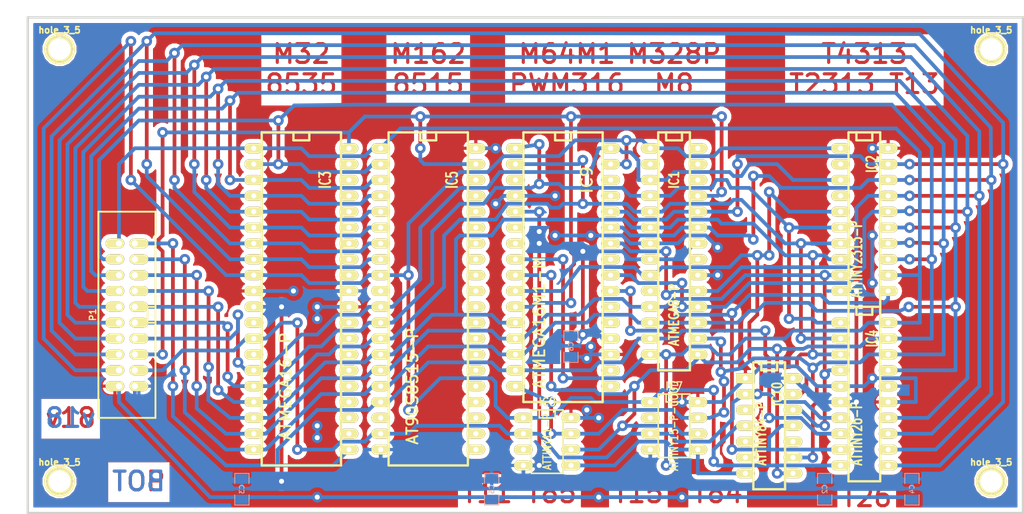
<source format=kicad_pcb>
(kicad_pcb (version 4) (host pcbnew 4.0.5+dfsg1-4)
  (title_block (title "hvpp big adapter") (date "20 oct 2013") (rev 17) (company emard))
  (layers (0 Front signal) (31 Back signal) (34 B.Paste user) (35 F.Paste user) (36 B.SilkS user) (37 F.SilkS user) (38 B.Mask user) (39 F.Mask user) (44 Edge.Cuts user))
  (net 0 "")
  (net 1 /BS1)
  (net 2 /BS2)
  (net 3 /CLK)
  (net 4 /D0)
  (net 5 /D1)
  (net 6 /D2)
  (net 7 /D3)
  (net 8 /D4)
  (net 9 /D5)
  (net 10 /D6)
  (net 11 /D7)
  (net 12 /OE)
  (net 13 /PAGEL)
  (net 14 /RDY)
  (net 15 /RST12V)
  (net 16 /VCC)
  (net 17 /WR)
  (net 18 /XA0)
  (net 19 /XA1)
  (net 20 GND)
  (module DIP-28__300-bigpads (layer Front) (at 179.705 100.33 270)
    (fp_text reference IC1 (at -11.43 0 270) (layer F.SilkS) (effects (font (size 1.524 1.143) (thickness 0.28702))))
    (fp_text value ATMEGA8-P (at 10.16 0 270) (layer F.SilkS) (effects (font (size 1.524 1.143) (thickness 0.28702))))
    (pad 2 thru_hole oval (at -13.97 3.81 270) (size 1.6002 2.99974) (drill 0.8128) (layers *.Cu *.Mask F.SilkS))
    (pad 3 thru_hole oval (at -11.43 3.81 270) (size 1.6002 2.99974) (drill 0.8128) (layers *.Cu *.Mask F.SilkS) (net 14 /RDY))
    (pad 4 thru_hole oval (at -8.89 3.81 270) (size 1.6002 2.99974) (drill 0.8128) (layers *.Cu *.Mask F.SilkS) (net 12 /OE))
    (pad 5 thru_hole oval (at -6.35 3.81 270) (size 1.6002 2.99974) (drill 0.8128) (layers *.Cu *.Mask F.SilkS) (net 17 /WR))
    (pad 6 thru_hole oval (at -3.81 3.81 270) (size 1.6002 2.99974) (drill 0.8128) (layers *.Cu *.Mask F.SilkS) (net 1 /BS1))
    (pad 7 thru_hole oval (at -1.27 3.81 270) (size 1.6002 2.99974) (drill 0.8128) (layers *.Cu *.Mask F.SilkS) (net 16 /VCC))
    (pad 8 thru_hole oval (at 1.27 3.81 270) (size 1.6002 2.99974) (drill 0.8128) (layers *.Cu *.Mask F.SilkS) (net 20 GND))
    (pad 9 thru_hole oval (at 3.81 3.81 270) (size 1.6002 2.99974) (drill 0.8128) (layers *.Cu *.Mask F.SilkS) (net 3 /CLK))
    (pad 10 thru_hole oval (at 6.35 3.81 270) (size 1.6002 2.99974) (drill 0.8128) (layers *.Cu *.Mask F.SilkS))
    (pad 11 thru_hole oval (at 8.89 3.81 270) (size 1.6002 2.99974) (drill 0.8128) (layers *.Cu *.Mask F.SilkS) (net 18 /XA0))
    (pad 12 thru_hole oval (at 11.43 3.81 270) (size 1.6002 2.99974) (drill 0.8128) (layers *.Cu *.Mask F.SilkS) (net 19 /XA1))
    (pad 13 thru_hole oval (at 13.97 3.81 270) (size 1.6002 2.99974) (drill 0.8128) (layers *.Cu *.Mask F.SilkS) (net 13 /PAGEL))
    (pad 14 thru_hole oval (at 16.51 3.81 270) (size 1.6002 2.99974) (drill 0.8128) (layers *.Cu *.Mask F.SilkS) (net 4 /D0))
    (pad 1 thru_hole oval (at -16.51 3.81 270) (size 1.6002 2.99974) (drill 0.8128) (layers *.Cu *.Mask F.SilkS) (net 15 /RST12V))
    (pad 15 thru_hole oval (at 16.51 -3.81 270) (size 1.6002 2.99974) (drill 0.8128) (layers *.Cu *.Mask F.SilkS) (net 5 /D1))
    (pad 16 thru_hole oval (at 13.97 -3.81 270) (size 1.6002 2.99974) (drill 0.8128) (layers *.Cu *.Mask F.SilkS) (net 6 /D2))
    (pad 17 thru_hole oval (at 11.43 -3.81 270) (size 1.6002 2.99974) (drill 0.8128) (layers *.Cu *.Mask F.SilkS) (net 7 /D3))
    (pad 18 thru_hole oval (at 8.89 -3.81 270) (size 1.6002 2.99974) (drill 0.8128) (layers *.Cu *.Mask F.SilkS) (net 8 /D4))
    (pad 19 thru_hole oval (at 6.35 -3.81 270) (size 1.6002 2.99974) (drill 0.8128) (layers *.Cu *.Mask F.SilkS) (net 9 /D5))
    (pad 20 thru_hole oval (at 3.81 -3.81 270) (size 1.6002 2.99974) (drill 0.8128) (layers *.Cu *.Mask F.SilkS) (net 16 /VCC))
    (pad 21 thru_hole oval (at 1.27 -3.81 270) (size 1.6002 2.99974) (drill 0.8128) (layers *.Cu *.Mask F.SilkS))
    (pad 22 thru_hole oval (at -1.27 -3.81 270) (size 1.6002 2.99974) (drill 0.8128) (layers *.Cu *.Mask F.SilkS) (net 20 GND))
    (pad 23 thru_hole oval (at -3.81 -3.81 270) (size 1.6002 2.99974) (drill 0.8128) (layers *.Cu *.Mask F.SilkS) (net 10 /D6))
    (pad 24 thru_hole oval (at -6.35 -3.81 270) (size 1.6002 2.99974) (drill 0.8128) (layers *.Cu *.Mask F.SilkS) (net 11 /D7))
    (pad 25 thru_hole oval (at -8.89 -3.81 270) (size 1.6002 2.99974) (drill 0.8128) (layers *.Cu *.Mask F.SilkS) (net 2 /BS2))
    (pad 26 thru_hole oval (at -11.43 -3.81 270) (size 1.6002 2.99974) (drill 0.8128) (layers *.Cu *.Mask F.SilkS))
    (pad 27 thru_hole oval (at -13.97 -3.81 270) (size 1.6002 2.99974) (drill 0.8128) (layers *.Cu *.Mask F.SilkS))
    (pad 28 thru_hole oval (at -16.51 -3.81 270) (size 1.6002 2.99974) (drill 0.8128) (layers *.Cu *.Mask F.SilkS))
  )
  (module conn_strip_10x2_largepads (layer Front) (at 92.075 110.49 90)
    (fp_text reference P1 (at 0 -5.461 90) (layer F.SilkS) (effects (font (size 1.016 1.016) (thickness 0.2032))))
    (fp_text value CONN_10X2 hide)
    (pad 1 thru_hole oval (at -11.43 1.27 90) (size 1.6002 2.99974) (drill 1.00076 (offset 0 0.65024)) (layers *.Cu *.Mask F.SilkS) (net 20 GND))
    (pad 2 thru_hole oval (at -11.43 -1.27 90) (size 1.6002 2.99974) (drill 1.00076 (offset 0 -0.65024)) (layers *.Cu *.Mask F.SilkS) (net 16 /VCC))
    (pad 3 thru_hole oval (at -8.89 1.27 90) (size 1.6002 2.99974) (drill 1.00076 (offset 0 0.65024)) (layers *.Cu *.Mask F.SilkS) (net 3 /CLK))
    (pad 4 thru_hole oval (at -8.89 -1.27 90) (size 1.6002 2.99974) (drill 1.00076 (offset 0 -0.65024)) (layers *.Cu *.Mask F.SilkS) (net 15 /RST12V))
    (pad 5 thru_hole oval (at -6.35 1.27 90) (size 1.6002 2.99974) (drill 1.00076 (offset 0 0.65024)) (layers *.Cu *.Mask F.SilkS) (net 2 /BS2))
    (pad 6 thru_hole oval (at -6.35 -1.27 90) (size 1.6002 2.99974) (drill 1.00076 (offset 0 -0.65024)) (layers *.Cu *.Mask F.SilkS) (net 11 /D7))
    (pad 7 thru_hole oval (at -3.81 1.27 90) (size 1.6002 2.99974) (drill 1.00076 (offset 0 0.65024)) (layers *.Cu *.Mask F.SilkS) (net 14 /RDY))
    (pad 8 thru_hole oval (at -3.81 -1.27 90) (size 1.6002 2.99974) (drill 1.00076 (offset 0 -0.65024)) (layers *.Cu *.Mask F.SilkS) (net 10 /D6))
    (pad 9 thru_hole oval (at -1.27 1.27 90) (size 1.6002 2.99974) (drill 1.00076 (offset 0 0.65024)) (layers *.Cu *.Mask F.SilkS) (net 12 /OE))
    (pad 10 thru_hole oval (at -1.27 -1.27 90) (size 1.6002 2.99974) (drill 1.00076 (offset 0 -0.65024)) (layers *.Cu *.Mask F.SilkS) (net 9 /D5))
    (pad 11 thru_hole oval (at 1.27 1.27 90) (size 1.6002 2.99974) (drill 1.00076 (offset 0 0.65024)) (layers *.Cu *.Mask F.SilkS) (net 17 /WR))
    (pad 12 thru_hole oval (at 1.27 -1.27 90) (size 1.6002 2.99974) (drill 1.00076 (offset 0 -0.65024)) (layers *.Cu *.Mask F.SilkS) (net 8 /D4))
    (pad 13 thru_hole oval (at 3.81 1.27 90) (size 1.6002 2.99974) (drill 1.00076 (offset 0 0.65024)) (layers *.Cu *.Mask F.SilkS) (net 1 /BS1))
    (pad 14 thru_hole oval (at 3.81 -1.27 90) (size 1.6002 2.99974) (drill 1.00076 (offset 0 -0.65024)) (layers *.Cu *.Mask F.SilkS) (net 7 /D3))
    (pad 15 thru_hole oval (at 6.35 1.27 90) (size 1.6002 2.99974) (drill 1.00076 (offset 0 0.65024)) (layers *.Cu *.Mask F.SilkS) (net 18 /XA0))
    (pad 16 thru_hole oval (at 6.35 -1.27 90) (size 1.6002 2.99974) (drill 1.00076 (offset 0 -0.65024)) (layers *.Cu *.Mask F.SilkS) (net 6 /D2))
    (pad 17 thru_hole oval (at 8.89 1.27 90) (size 1.6002 2.99974) (drill 1.00076 (offset 0 0.65024)) (layers *.Cu *.Mask F.SilkS) (net 19 /XA1))
    (pad 18 thru_hole oval (at 8.89 -1.27 90) (size 1.6002 2.99974) (drill 1.00076 (offset 0 -0.65024)) (layers *.Cu *.Mask F.SilkS) (net 5 /D1))
    (pad 19 thru_hole oval (at 11.43 1.27 90) (size 1.6002 2.99974) (drill 1.00076 (offset 0 0.65024)) (layers *.Cu *.Mask F.SilkS) (net 13 /PAGEL))
    (pad 20 thru_hole oval (at 11.43 -1.27 90) (size 1.6002 2.99974) (drill 1.00076 (offset 0 -0.65024)) (layers *.Cu *.Mask F.SilkS) (net 4 /D0))
  )
  (module DIP-40__600-bigpads (layer Front) (at 120.015 107.95 270)
    (fp_text reference IC3 (at -19.05 -3.81 270) (layer F.SilkS) (effects (font (size 1.778 1.143) (thickness 0.28702))))
    (fp_text value ATMEGA16-P (at 13.97 2.54 270) (layer F.SilkS) (effects (font (size 1.778 1.778) (thickness 0.3048))))
    (pad 1 thru_hole oval (at -24.13 7.62 270) (size 1.6002 2.99974) (drill 0.8128) (layers *.Cu *.Mask F.SilkS) (net 4 /D0))
    (pad 2 thru_hole oval (at -21.59 7.62 270) (size 1.6002 2.99974) (drill 0.8128) (layers *.Cu *.Mask F.SilkS) (net 5 /D1))
    (pad 3 thru_hole oval (at -19.05 7.62 270) (size 1.6002 2.99974) (drill 0.8128) (layers *.Cu *.Mask F.SilkS) (net 6 /D2))
    (pad 4 thru_hole oval (at -16.51 7.62 270) (size 1.6002 2.99974) (drill 0.8128) (layers *.Cu *.Mask F.SilkS) (net 7 /D3))
    (pad 5 thru_hole oval (at -13.97 7.62 270) (size 1.6002 2.99974) (drill 0.8128) (layers *.Cu *.Mask F.SilkS) (net 8 /D4))
    (pad 6 thru_hole oval (at -11.43 7.62 270) (size 1.6002 2.99974) (drill 0.8128) (layers *.Cu *.Mask F.SilkS) (net 9 /D5))
    (pad 7 thru_hole oval (at -8.89 7.62 270) (size 1.6002 2.99974) (drill 0.8128) (layers *.Cu *.Mask F.SilkS) (net 10 /D6))
    (pad 8 thru_hole oval (at -6.35 7.62 270) (size 1.6002 2.99974) (drill 0.8128) (layers *.Cu *.Mask F.SilkS) (net 11 /D7))
    (pad 9 thru_hole oval (at -3.81 7.62 270) (size 1.6002 2.99974) (drill 0.8128) (layers *.Cu *.Mask F.SilkS) (net 15 /RST12V))
    (pad 10 thru_hole oval (at -1.27 7.62 270) (size 1.6002 2.99974) (drill 0.8128) (layers *.Cu *.Mask F.SilkS) (net 16 /VCC))
    (pad 11 thru_hole oval (at 1.27 7.62 270) (size 1.6002 2.99974) (drill 0.8128) (layers *.Cu *.Mask F.SilkS) (net 20 GND))
    (pad 12 thru_hole oval (at 3.81 7.62 270) (size 1.6002 2.99974) (drill 0.8128) (layers *.Cu *.Mask F.SilkS))
    (pad 13 thru_hole oval (at 6.35 7.62 270) (size 1.6002 2.99974) (drill 0.8128) (layers *.Cu *.Mask F.SilkS) (net 3 /CLK))
    (pad 14 thru_hole oval (at 8.89 7.62 270) (size 1.6002 2.99974) (drill 0.8128) (layers *.Cu *.Mask F.SilkS))
    (pad 15 thru_hole oval (at 11.43 7.62 270) (size 1.6002 2.99974) (drill 0.8128) (layers *.Cu *.Mask F.SilkS) (net 14 /RDY))
    (pad 16 thru_hole oval (at 13.97 7.62 270) (size 1.6002 2.99974) (drill 0.8128) (layers *.Cu *.Mask F.SilkS) (net 12 /OE))
    (pad 17 thru_hole oval (at 16.51 7.62 270) (size 1.6002 2.99974) (drill 0.8128) (layers *.Cu *.Mask F.SilkS) (net 17 /WR))
    (pad 18 thru_hole oval (at 19.05 7.62 270) (size 1.6002 2.99974) (drill 0.8128) (layers *.Cu *.Mask F.SilkS) (net 1 /BS1))
    (pad 19 thru_hole oval (at 21.59 7.62 270) (size 1.6002 2.99974) (drill 0.8128) (layers *.Cu *.Mask F.SilkS) (net 18 /XA0))
    (pad 20 thru_hole oval (at 24.13 7.62 270) (size 1.6002 2.99974) (drill 0.8128) (layers *.Cu *.Mask F.SilkS) (net 19 /XA1))
    (pad 21 thru_hole oval (at 24.13 -7.62 270) (size 1.6002 2.99974) (drill 0.8128) (layers *.Cu *.Mask F.SilkS) (net 13 /PAGEL))
    (pad 22 thru_hole oval (at 21.59 -7.62 270) (size 1.6002 2.99974) (drill 0.8128) (layers *.Cu *.Mask F.SilkS))
    (pad 23 thru_hole oval (at 19.05 -7.62 270) (size 1.6002 2.99974) (drill 0.8128) (layers *.Cu *.Mask F.SilkS))
    (pad 24 thru_hole oval (at 16.51 -7.62 270) (size 1.6002 2.99974) (drill 0.8128) (layers *.Cu *.Mask F.SilkS))
    (pad 25 thru_hole oval (at 13.97 -7.62 270) (size 1.6002 2.99974) (drill 0.8128) (layers *.Cu *.Mask F.SilkS))
    (pad 26 thru_hole oval (at 11.43 -7.62 270) (size 1.6002 2.99974) (drill 0.8128) (layers *.Cu *.Mask F.SilkS))
    (pad 27 thru_hole oval (at 8.89 -7.62 270) (size 1.6002 2.99974) (drill 0.8128) (layers *.Cu *.Mask F.SilkS))
    (pad 28 thru_hole oval (at 6.35 -7.62 270) (size 1.6002 2.99974) (drill 0.8128) (layers *.Cu *.Mask F.SilkS))
    (pad 29 thru_hole oval (at 3.81 -7.62 270) (size 1.6002 2.99974) (drill 0.8128) (layers *.Cu *.Mask F.SilkS))
    (pad 30 thru_hole oval (at 1.27 -7.62 270) (size 1.6002 2.99974) (drill 0.8128) (layers *.Cu *.Mask F.SilkS) (net 16 /VCC))
    (pad 31 thru_hole oval (at -1.27 -7.62 270) (size 1.6002 2.99974) (drill 0.8128) (layers *.Cu *.Mask F.SilkS) (net 20 GND))
    (pad 32 thru_hole oval (at -3.81 -7.62 270) (size 1.6002 2.99974) (drill 0.8128) (layers *.Cu *.Mask F.SilkS))
    (pad 33 thru_hole oval (at -6.35 -7.62 270) (size 1.6002 2.99974) (drill 0.8128) (layers *.Cu *.Mask F.SilkS))
    (pad 34 thru_hole oval (at -8.89 -7.62 270) (size 1.6002 2.99974) (drill 0.8128) (layers *.Cu *.Mask F.SilkS))
    (pad 35 thru_hole oval (at -11.43 -7.62 270) (size 1.6002 2.99974) (drill 0.8128) (layers *.Cu *.Mask F.SilkS))
    (pad 36 thru_hole oval (at -13.97 -7.62 270) (size 1.6002 2.99974) (drill 0.8128) (layers *.Cu *.Mask F.SilkS))
    (pad 37 thru_hole oval (at -16.51 -7.62 270) (size 1.6002 2.99974) (drill 0.8128) (layers *.Cu *.Mask F.SilkS))
    (pad 38 thru_hole oval (at -19.05 -7.62 270) (size 1.6002 2.99974) (drill 0.8128) (layers *.Cu *.Mask F.SilkS))
    (pad 39 thru_hole oval (at -21.59 -7.62 270) (size 1.6002 2.99974) (drill 0.8128) (layers *.Cu *.Mask F.SilkS))
    (pad 40 thru_hole oval (at -24.13 -7.62 270) (size 1.6002 2.99974) (drill 0.8128) (layers *.Cu *.Mask F.SilkS) (net 2 /BS2))
  )
  (module DIP-40__600-bigpads (layer Front) (at 140.335 107.95 270)
    (fp_text reference IC5 (at -19.05 -3.81 270) (layer F.SilkS) (effects (font (size 1.778 1.143) (thickness 0.28702))))
    (fp_text value AT90S8515-P (at 13.97 2.54 270) (layer F.SilkS) (effects (font (size 1.778 1.778) (thickness 0.3048))))
    (pad 1 thru_hole oval (at -24.13 7.62 270) (size 1.6002 2.99974) (drill 0.8128) (layers *.Cu *.Mask F.SilkS) (net 4 /D0))
    (pad 2 thru_hole oval (at -21.59 7.62 270) (size 1.6002 2.99974) (drill 0.8128) (layers *.Cu *.Mask F.SilkS) (net 5 /D1))
    (pad 3 thru_hole oval (at -19.05 7.62 270) (size 1.6002 2.99974) (drill 0.8128) (layers *.Cu *.Mask F.SilkS) (net 6 /D2))
    (pad 4 thru_hole oval (at -16.51 7.62 270) (size 1.6002 2.99974) (drill 0.8128) (layers *.Cu *.Mask F.SilkS) (net 7 /D3))
    (pad 5 thru_hole oval (at -13.97 7.62 270) (size 1.6002 2.99974) (drill 0.8128) (layers *.Cu *.Mask F.SilkS) (net 8 /D4))
    (pad 6 thru_hole oval (at -11.43 7.62 270) (size 1.6002 2.99974) (drill 0.8128) (layers *.Cu *.Mask F.SilkS) (net 9 /D5))
    (pad 7 thru_hole oval (at -8.89 7.62 270) (size 1.6002 2.99974) (drill 0.8128) (layers *.Cu *.Mask F.SilkS) (net 10 /D6))
    (pad 8 thru_hole oval (at -6.35 7.62 270) (size 1.6002 2.99974) (drill 0.8128) (layers *.Cu *.Mask F.SilkS) (net 11 /D7))
    (pad 9 thru_hole oval (at -3.81 7.62 270) (size 1.6002 2.99974) (drill 0.8128) (layers *.Cu *.Mask F.SilkS) (net 15 /RST12V))
    (pad 10 thru_hole oval (at -1.27 7.62 270) (size 1.6002 2.99974) (drill 0.8128) (layers *.Cu *.Mask F.SilkS))
    (pad 11 thru_hole oval (at 1.27 7.62 270) (size 1.6002 2.99974) (drill 0.8128) (layers *.Cu *.Mask F.SilkS) (net 14 /RDY))
    (pad 12 thru_hole oval (at 3.81 7.62 270) (size 1.6002 2.99974) (drill 0.8128) (layers *.Cu *.Mask F.SilkS) (net 12 /OE))
    (pad 13 thru_hole oval (at 6.35 7.62 270) (size 1.6002 2.99974) (drill 0.8128) (layers *.Cu *.Mask F.SilkS) (net 17 /WR))
    (pad 14 thru_hole oval (at 8.89 7.62 270) (size 1.6002 2.99974) (drill 0.8128) (layers *.Cu *.Mask F.SilkS) (net 1 /BS1))
    (pad 15 thru_hole oval (at 11.43 7.62 270) (size 1.6002 2.99974) (drill 0.8128) (layers *.Cu *.Mask F.SilkS) (net 18 /XA0))
    (pad 16 thru_hole oval (at 13.97 7.62 270) (size 1.6002 2.99974) (drill 0.8128) (layers *.Cu *.Mask F.SilkS) (net 19 /XA1))
    (pad 17 thru_hole oval (at 16.51 7.62 270) (size 1.6002 2.99974) (drill 0.8128) (layers *.Cu *.Mask F.SilkS) (net 13 /PAGEL))
    (pad 18 thru_hole oval (at 19.05 7.62 270) (size 1.6002 2.99974) (drill 0.8128) (layers *.Cu *.Mask F.SilkS))
    (pad 19 thru_hole oval (at 21.59 7.62 270) (size 1.6002 2.99974) (drill 0.8128) (layers *.Cu *.Mask F.SilkS) (net 3 /CLK))
    (pad 20 thru_hole oval (at 24.13 7.62 270) (size 1.6002 2.99974) (drill 0.8128) (layers *.Cu *.Mask F.SilkS) (net 20 GND))
    (pad 21 thru_hole oval (at 24.13 -7.62 270) (size 1.6002 2.99974) (drill 0.8128) (layers *.Cu *.Mask F.SilkS))
    (pad 22 thru_hole oval (at 21.59 -7.62 270) (size 1.6002 2.99974) (drill 0.8128) (layers *.Cu *.Mask F.SilkS))
    (pad 23 thru_hole oval (at 19.05 -7.62 270) (size 1.6002 2.99974) (drill 0.8128) (layers *.Cu *.Mask F.SilkS))
    (pad 24 thru_hole oval (at 16.51 -7.62 270) (size 1.6002 2.99974) (drill 0.8128) (layers *.Cu *.Mask F.SilkS))
    (pad 25 thru_hole oval (at 13.97 -7.62 270) (size 1.6002 2.99974) (drill 0.8128) (layers *.Cu *.Mask F.SilkS))
    (pad 26 thru_hole oval (at 11.43 -7.62 270) (size 1.6002 2.99974) (drill 0.8128) (layers *.Cu *.Mask F.SilkS))
    (pad 27 thru_hole oval (at 8.89 -7.62 270) (size 1.6002 2.99974) (drill 0.8128) (layers *.Cu *.Mask F.SilkS))
    (pad 28 thru_hole oval (at 6.35 -7.62 270) (size 1.6002 2.99974) (drill 0.8128) (layers *.Cu *.Mask F.SilkS))
    (pad 29 thru_hole oval (at 3.81 -7.62 270) (size 1.6002 2.99974) (drill 0.8128) (layers *.Cu *.Mask F.SilkS))
    (pad 30 thru_hole oval (at 1.27 -7.62 270) (size 1.6002 2.99974) (drill 0.8128) (layers *.Cu *.Mask F.SilkS))
    (pad 31 thru_hole oval (at -1.27 -7.62 270) (size 1.6002 2.99974) (drill 0.8128) (layers *.Cu *.Mask F.SilkS))
    (pad 32 thru_hole oval (at -3.81 -7.62 270) (size 1.6002 2.99974) (drill 0.8128) (layers *.Cu *.Mask F.SilkS))
    (pad 33 thru_hole oval (at -6.35 -7.62 270) (size 1.6002 2.99974) (drill 0.8128) (layers *.Cu *.Mask F.SilkS))
    (pad 34 thru_hole oval (at -8.89 -7.62 270) (size 1.6002 2.99974) (drill 0.8128) (layers *.Cu *.Mask F.SilkS))
    (pad 35 thru_hole oval (at -11.43 -7.62 270) (size 1.6002 2.99974) (drill 0.8128) (layers *.Cu *.Mask F.SilkS))
    (pad 36 thru_hole oval (at -13.97 -7.62 270) (size 1.6002 2.99974) (drill 0.8128) (layers *.Cu *.Mask F.SilkS))
    (pad 37 thru_hole oval (at -16.51 -7.62 270) (size 1.6002 2.99974) (drill 0.8128) (layers *.Cu *.Mask F.SilkS))
    (pad 38 thru_hole oval (at -19.05 -7.62 270) (size 1.6002 2.99974) (drill 0.8128) (layers *.Cu *.Mask F.SilkS))
    (pad 39 thru_hole oval (at -21.59 -7.62 270) (size 1.6002 2.99974) (drill 0.8128) (layers *.Cu *.Mask F.SilkS) (net 2 /BS2))
    (pad 40 thru_hole oval (at -24.13 -7.62 270) (size 1.6002 2.99974) (drill 0.8128) (layers *.Cu *.Mask F.SilkS) (net 16 /VCC))
  )
  (module DIP-20__300-bigpads (layer Front) (at 210.185 95.25 270)
    (fp_text reference IC2 (at -8.89 -1.27 270) (layer F.SilkS) (effects (font (size 1.778 1.143) (thickness 0.28702))))
    (fp_text value ATTINY2313-P (at 6.35 1.27 270) (layer F.SilkS) (effects (font (size 1.778 1.143) (thickness 0.28702))))
    (pad 1 thru_hole oval (at -11.43 3.81 270) (size 1.6002 2.99974) (drill 0.8128) (layers *.Cu *.Mask F.SilkS) (net 15 /RST12V))
    (pad 2 thru_hole oval (at -8.89 3.81 270) (size 1.6002 2.99974) (drill 0.8128) (layers *.Cu *.Mask F.SilkS))
    (pad 3 thru_hole oval (at -6.35 3.81 270) (size 1.6002 2.99974) (drill 0.8128) (layers *.Cu *.Mask F.SilkS) (net 14 /RDY))
    (pad 4 thru_hole oval (at -3.81 3.81 270) (size 1.6002 2.99974) (drill 0.8128) (layers *.Cu *.Mask F.SilkS))
    (pad 5 thru_hole oval (at -1.27 3.81 270) (size 1.6002 2.99974) (drill 0.8128) (layers *.Cu *.Mask F.SilkS) (net 3 /CLK))
    (pad 6 thru_hole oval (at 1.27 3.81 270) (size 1.6002 2.99974) (drill 0.8128) (layers *.Cu *.Mask F.SilkS) (net 12 /OE))
    (pad 7 thru_hole oval (at 3.81 3.81 270) (size 1.6002 2.99974) (drill 0.8128) (layers *.Cu *.Mask F.SilkS) (net 17 /WR))
    (pad 8 thru_hole oval (at 6.35 3.81 270) (size 1.6002 2.99974) (drill 0.8128) (layers *.Cu *.Mask F.SilkS) (net 1 /BS1))
    (pad 9 thru_hole oval (at 8.89 3.81 270) (size 1.6002 2.99974) (drill 0.8128) (layers *.Cu *.Mask F.SilkS) (net 18 /XA0))
    (pad 10 thru_hole oval (at 11.43 3.81 270) (size 1.6002 2.99974) (drill 0.8128) (layers *.Cu *.Mask F.SilkS) (net 20 GND))
    (pad 11 thru_hole oval (at 11.43 -3.81 270) (size 1.6002 2.99974) (drill 0.8128) (layers *.Cu *.Mask F.SilkS) (net 19 /XA1))
    (pad 12 thru_hole oval (at 8.89 -3.81 270) (size 1.6002 2.99974) (drill 0.8128) (layers *.Cu *.Mask F.SilkS) (net 4 /D0))
    (pad 13 thru_hole oval (at 6.35 -3.81 270) (size 1.6002 2.99974) (drill 0.8128) (layers *.Cu *.Mask F.SilkS) (net 5 /D1))
    (pad 14 thru_hole oval (at 3.81 -3.81 270) (size 1.6002 2.99974) (drill 0.8128) (layers *.Cu *.Mask F.SilkS) (net 6 /D2))
    (pad 15 thru_hole oval (at 1.27 -3.81 270) (size 1.6002 2.99974) (drill 0.8128) (layers *.Cu *.Mask F.SilkS) (net 7 /D3))
    (pad 16 thru_hole oval (at -1.27 -3.81 270) (size 1.6002 2.99974) (drill 0.8128) (layers *.Cu *.Mask F.SilkS) (net 8 /D4))
    (pad 17 thru_hole oval (at -3.81 -3.81 270) (size 1.6002 2.99974) (drill 0.8128) (layers *.Cu *.Mask F.SilkS) (net 9 /D5))
    (pad 18 thru_hole oval (at -6.35 -3.81 270) (size 1.6002 2.99974) (drill 0.8128) (layers *.Cu *.Mask F.SilkS) (net 10 /D6))
    (pad 19 thru_hole oval (at -8.89 -3.81 270) (size 1.6002 2.99974) (drill 0.8128) (layers *.Cu *.Mask F.SilkS) (net 11 /D7))
    (pad 20 thru_hole oval (at -11.43 -3.81 270) (size 1.6002 2.99974) (drill 0.8128) (layers *.Cu *.Mask F.SilkS) (net 16 /VCC))
  )
  (module DIP-20__300-bigpads (layer Front) (at 210.185 123.19 270)
    (fp_text reference IC4 (at -8.89 -1.27 270) (layer F.SilkS) (effects (font (size 1.778 1.143) (thickness 0.28702))))
    (fp_text value ATTINY26-P (at 6.35 1.27 270) (layer F.SilkS) (effects (font (size 1.778 1.143) (thickness 0.28702))))
    (pad 1 thru_hole oval (at -11.43 3.81 270) (size 1.6002 2.99974) (drill 0.8128) (layers *.Cu *.Mask F.SilkS) (net 12 /OE))
    (pad 2 thru_hole oval (at -8.89 3.81 270) (size 1.6002 2.99974) (drill 0.8128) (layers *.Cu *.Mask F.SilkS) (net 17 /WR))
    (pad 3 thru_hole oval (at -6.35 3.81 270) (size 1.6002 2.99974) (drill 0.8128) (layers *.Cu *.Mask F.SilkS) (net 1 /BS1))
    (pad 4 thru_hole oval (at -3.81 3.81 270) (size 1.6002 2.99974) (drill 0.8128) (layers *.Cu *.Mask F.SilkS) (net 18 /XA0))
    (pad 5 thru_hole oval (at -1.27 3.81 270) (size 1.6002 2.99974) (drill 0.8128) (layers *.Cu *.Mask F.SilkS) (net 16 /VCC))
    (pad 6 thru_hole oval (at 1.27 3.81 270) (size 1.6002 2.99974) (drill 0.8128) (layers *.Cu *.Mask F.SilkS) (net 20 GND))
    (pad 7 thru_hole oval (at 3.81 3.81 270) (size 1.6002 2.99974) (drill 0.8128) (layers *.Cu *.Mask F.SilkS) (net 3 /CLK))
    (pad 8 thru_hole oval (at 6.35 3.81 270) (size 1.6002 2.99974) (drill 0.8128) (layers *.Cu *.Mask F.SilkS) (net 13 /PAGEL))
    (pad 9 thru_hole oval (at 8.89 3.81 270) (size 1.6002 2.99974) (drill 0.8128) (layers *.Cu *.Mask F.SilkS) (net 19 /XA1))
    (pad 10 thru_hole oval (at 11.43 3.81 270) (size 1.6002 2.99974) (drill 0.8128) (layers *.Cu *.Mask F.SilkS) (net 15 /RST12V))
    (pad 11 thru_hole oval (at 11.43 -3.81 270) (size 1.6002 2.99974) (drill 0.8128) (layers *.Cu *.Mask F.SilkS) (net 11 /D7))
    (pad 12 thru_hole oval (at 8.89 -3.81 270) (size 1.6002 2.99974) (drill 0.8128) (layers *.Cu *.Mask F.SilkS) (net 10 /D6))
    (pad 13 thru_hole oval (at 6.35 -3.81 270) (size 1.6002 2.99974) (drill 0.8128) (layers *.Cu *.Mask F.SilkS) (net 9 /D5))
    (pad 14 thru_hole oval (at 3.81 -3.81 270) (size 1.6002 2.99974) (drill 0.8128) (layers *.Cu *.Mask F.SilkS) (net 8 /D4))
    (pad 15 thru_hole oval (at 1.27 -3.81 270) (size 1.6002 2.99974) (drill 0.8128) (layers *.Cu *.Mask F.SilkS) (net 16 /VCC))
    (pad 16 thru_hole oval (at -1.27 -3.81 270) (size 1.6002 2.99974) (drill 0.8128) (layers *.Cu *.Mask F.SilkS) (net 20 GND))
    (pad 17 thru_hole oval (at -3.81 -3.81 270) (size 1.6002 2.99974) (drill 0.8128) (layers *.Cu *.Mask F.SilkS) (net 7 /D3))
    (pad 18 thru_hole oval (at -6.35 -3.81 270) (size 1.6002 2.99974) (drill 0.8128) (layers *.Cu *.Mask F.SilkS) (net 6 /D2))
    (pad 19 thru_hole oval (at -8.89 -3.81 270) (size 1.6002 2.99974) (drill 0.8128) (layers *.Cu *.Mask F.SilkS) (net 5 /D1))
    (pad 20 thru_hole oval (at -11.43 -3.81 270) (size 1.6002 2.99974) (drill 0.8128) (layers *.Cu *.Mask F.SilkS) (net 4 /D0))
  )
  (module DIP-8__300-bigpads (layer Front) (at 179.705 128.27 270)
    (fp_text reference IC7 (at -6.35 0 360) (layer F.SilkS) (effects (font (size 1.27 1.143) (thickness 0.2032))))
    (fp_text value ATTINY15-P-GOOD (at 0 0 270) (layer F.SilkS) (effects (font (size 1.27 1.016) (thickness 0.2032))))
    (pad 1 thru_hole oval (at -3.81 3.81 270) (size 1.6002 2.99974) (drill 0.8128) (layers *.Cu *.Mask F.SilkS) (net 15 /RST12V))
    (pad 2 thru_hole oval (at -1.27 3.81 270) (size 1.6002 2.99974) (drill 0.8128) (layers *.Cu *.Mask F.SilkS))
    (pad 3 thru_hole oval (at 1.27 3.81 270) (size 1.6002 2.99974) (drill 0.8128) (layers *.Cu *.Mask F.SilkS) (net 3 /CLK))
    (pad 4 thru_hole oval (at 3.81 3.81 270) (size 1.6002 2.99974) (drill 0.8128) (layers *.Cu *.Mask F.SilkS) (net 20 GND))
    (pad 5 thru_hole oval (at 3.81 -3.81 270) (size 1.6002 2.99974) (drill 0.8128) (layers *.Cu *.Mask F.SilkS) (net 4 /D0))
    (pad 6 thru_hole oval (at 1.27 -3.81 270) (size 1.6002 2.99974) (drill 0.8128) (layers *.Cu *.Mask F.SilkS) (net 5 /D1))
    (pad 7 thru_hole oval (at -1.27 -3.81 270) (size 1.6002 2.99974) (drill 0.8128) (layers *.Cu *.Mask F.SilkS) (net 6 /D2))
    (pad 8 thru_hole oval (at -3.81 -3.81 270) (size 1.6002 2.99974) (drill 0.8128) (layers *.Cu *.Mask F.SilkS) (net 16 /VCC))
  )
  (module DIP-8__300-bigpads (layer Front) (at 159.385 130.81 270)
    (fp_text reference IC8 (at -6.35 0 360) (layer F.SilkS) (effects (font (size 1.27 1.143) (thickness 0.2032))))
    (fp_text value ATTINY11-P (at 0 0 270) (layer F.SilkS) (effects (font (size 1.27 1.016) (thickness 0.2032))))
    (pad 1 thru_hole oval (at -3.81 3.81 270) (size 1.6002 2.99974) (drill 0.8128) (layers *.Cu *.Mask F.SilkS) (net 15 /RST12V))
    (pad 2 thru_hole oval (at -1.27 3.81 270) (size 1.6002 2.99974) (drill 0.8128) (layers *.Cu *.Mask F.SilkS) (net 3 /CLK))
    (pad 3 thru_hole oval (at 1.27 3.81 270) (size 1.6002 2.99974) (drill 0.8128) (layers *.Cu *.Mask F.SilkS))
    (pad 4 thru_hole oval (at 3.81 3.81 270) (size 1.6002 2.99974) (drill 0.8128) (layers *.Cu *.Mask F.SilkS) (net 20 GND))
    (pad 5 thru_hole oval (at 3.81 -3.81 270) (size 1.6002 2.99974) (drill 0.8128) (layers *.Cu *.Mask F.SilkS) (net 4 /D0))
    (pad 6 thru_hole oval (at 1.27 -3.81 270) (size 1.6002 2.99974) (drill 0.8128) (layers *.Cu *.Mask F.SilkS) (net 5 /D1))
    (pad 7 thru_hole oval (at -1.27 -3.81 270) (size 1.6002 2.99974) (drill 0.8128) (layers *.Cu *.Mask F.SilkS) (net 6 /D2))
    (pad 8 thru_hole oval (at -3.81 -3.81 270) (size 1.6002 2.99974) (drill 0.8128) (layers *.Cu *.Mask F.SilkS) (net 16 /VCC))
  )
  (module DIP-32__600_bigpads (layer Front) (at 161.925 102.87 270)
    (fp_text reference IC9 (at -13.97 -3.81 270) (layer F.SilkS) (effects (font (size 1.778 1.778) (thickness 0.3048))))
    (fp_text value ATMEGA16M1-M (at 8.89 3.81 270) (layer F.SilkS) (effects (font (size 1.778 1.778) (thickness 0.3048))))
    (pad 1 thru_hole oval (at -19.05 7.62 270) (size 1.6002 2.99974) (drill 0.8128) (layers *.Cu *.Mask F.SilkS) (net 12 /OE))
    (pad 2 thru_hole oval (at -16.51 7.62 270) (size 1.6002 2.99974) (drill 0.8128) (layers *.Cu *.Mask F.SilkS) (net 17 /WR))
    (pad 3 thru_hole oval (at -13.97 7.62 270) (size 1.6002 2.99974) (drill 0.8128) (layers *.Cu *.Mask F.SilkS))
    (pad 4 thru_hole oval (at -11.43 7.62 270) (size 1.6002 2.99974) (drill 0.8128) (layers *.Cu *.Mask F.SilkS) (net 16 /VCC))
    (pad 5 thru_hole oval (at -8.89 7.62 270) (size 1.6002 2.99974) (drill 0.8128) (layers *.Cu *.Mask F.SilkS) (net 20 GND))
    (pad 6 thru_hole oval (at -6.35 7.62 270) (size 1.6002 2.99974) (drill 0.8128) (layers *.Cu *.Mask F.SilkS))
    (pad 7 thru_hole oval (at -3.81 7.62 270) (size 1.6002 2.99974) (drill 0.8128) (layers *.Cu *.Mask F.SilkS))
    (pad 8 thru_hole oval (at -1.27 7.62 270) (size 1.6002 2.99974) (drill 0.8128) (layers *.Cu *.Mask F.SilkS) (net 4 /D0))
    (pad 9 thru_hole oval (at 1.27 7.62 270) (size 1.6002 2.99974) (drill 0.8128) (layers *.Cu *.Mask F.SilkS) (net 5 /D1))
    (pad 10 thru_hole oval (at 3.81 7.62 270) (size 1.6002 2.99974) (drill 0.8128) (layers *.Cu *.Mask F.SilkS) (net 3 /CLK))
    (pad 11 thru_hole oval (at 6.35 7.62 270) (size 1.6002 2.99974) (drill 0.8128) (layers *.Cu *.Mask F.SilkS) (net 2 /BS2))
    (pad 12 thru_hole oval (at 8.89 7.62 270) (size 1.6002 2.99974) (drill 0.8128) (layers *.Cu *.Mask F.SilkS) (net 1 /BS1))
    (pad 13 thru_hole oval (at 11.43 7.62 270) (size 1.6002 2.99974) (drill 0.8128) (layers *.Cu *.Mask F.SilkS) (net 18 /XA0))
    (pad 14 thru_hole oval (at 13.97 7.62 270) (size 1.6002 2.99974) (drill 0.8128) (layers *.Cu *.Mask F.SilkS) (net 19 /XA1))
    (pad 15 thru_hole oval (at 16.51 7.62 270) (size 1.6002 2.99974) (drill 0.8128) (layers *.Cu *.Mask F.SilkS) (net 13 /PAGEL))
    (pad 16 thru_hole oval (at 19.05 7.62 270) (size 1.6002 2.99974) (drill 0.8128) (layers *.Cu *.Mask F.SilkS) (net 6 /D2))
    (pad 17 thru_hole oval (at 19.05 -7.62 270) (size 1.6002 2.99974) (drill 0.8128) (layers *.Cu *.Mask F.SilkS))
    (pad 18 thru_hole oval (at 16.51 -7.62 270) (size 1.6002 2.99974) (drill 0.8128) (layers *.Cu *.Mask F.SilkS))
    (pad 19 thru_hole oval (at 13.97 -7.62 270) (size 1.6002 2.99974) (drill 0.8128) (layers *.Cu *.Mask F.SilkS) (net 16 /VCC))
    (pad 20 thru_hole oval (at 11.43 -7.62 270) (size 1.6002 2.99974) (drill 0.8128) (layers *.Cu *.Mask F.SilkS) (net 20 GND))
    (pad 21 thru_hole oval (at 8.89 -7.62 270) (size 1.6002 2.99974) (drill 0.8128) (layers *.Cu *.Mask F.SilkS))
    (pad 22 thru_hole oval (at 6.35 -7.62 270) (size 1.50114 2.99974) (drill 0.8128) (layers *.Cu *.Mask F.SilkS))
    (pad 23 thru_hole oval (at 3.81 -7.62 270) (size 1.6002 2.99974) (drill 0.8128) (layers *.Cu *.Mask F.SilkS) (net 7 /D3))
    (pad 24 thru_hole oval (at 1.27 -7.62 270) (size 1.6002 2.99974) (drill 0.8128) (layers *.Cu *.Mask F.SilkS) (net 8 /D4))
    (pad 25 thru_hole oval (at -1.27 -7.62 270) (size 1.6002 2.99974) (drill 0.8128) (layers *.Cu *.Mask F.SilkS))
    (pad 26 thru_hole oval (at -3.81 -7.62 270) (size 1.6002 2.99974) (drill 0.8128) (layers *.Cu *.Mask F.SilkS) (net 9 /D5))
    (pad 27 thru_hole oval (at -6.35 -7.62 270) (size 1.6002 2.99974) (drill 0.8128) (layers *.Cu *.Mask F.SilkS) (net 10 /D6))
    (pad 28 thru_hole oval (at -8.89 -7.62 270) (size 1.6002 2.99974) (drill 0.8128) (layers *.Cu *.Mask F.SilkS) (net 11 /D7))
    (pad 29 thru_hole oval (at -11.43 -7.62 270) (size 1.50114 2.99974) (drill 0.8128) (layers *.Cu *.Mask F.SilkS))
    (pad 30 thru_hole oval (at -13.97 -7.62 270) (size 1.6002 2.99974) (drill 0.8128) (layers *.Cu *.Mask F.SilkS))
    (pad 31 thru_hole oval (at -16.51 -7.62 270) (size 1.6002 2.99974) (drill 0.8128) (layers *.Cu *.Mask F.SilkS) (net 15 /RST12V))
    (pad 32 thru_hole oval (at -19.05 -7.62 270) (size 1.6002 2.99974) (drill 0.8128) (layers *.Cu *.Mask F.SilkS) (net 14 /RDY))
  )
  (module SM1206 (layer Back) (at 203.835 138.43 90)
    (fp_text reference C2 (at 0 0 90) (layer B.SilkS) (effects (font (size 0.762 0.762) (thickness 0.127)) (justify mirror)))
    (fp_text value 10nF hide)
    (pad 1 smd rect (at -1.651 0 90) (size 1.524 2.032) (layers Back B.Mask) (net 16 /VCC))
    (pad 2 smd rect (at 1.651 0 90) (size 1.524 2.032) (layers Back B.Mask) (net 20 GND))
  )
  (module SM1206 (layer Back) (at 217.805 138.43 90)
    (fp_text reference C4 (at 0 0 90) (layer B.SilkS) (effects (font (size 0.762 0.762) (thickness 0.127)) (justify mirror)))
    (fp_text value 10nF hide)
    (pad 1 smd rect (at -1.651 0 90) (size 1.524 2.032) (layers Back B.Mask) (net 16 /VCC))
    (pad 2 smd rect (at 1.651 0 90) (size 1.524 2.032) (layers Back B.Mask) (net 20 GND))
  )
  (module SM1206 (layer Back) (at 150.495 138.43 90)
    (fp_text reference C5 (at 0 0 90) (layer B.SilkS) (effects (font (size 0.762 0.762) (thickness 0.127)) (justify mirror)))
    (fp_text value 10nF hide)
    (pad 1 smd rect (at -1.651 0 90) (size 1.524 2.032) (layers Back B.Mask) (net 16 /VCC))
    (pad 2 smd rect (at 1.651 0 90) (size 1.524 2.032) (layers Back B.Mask) (net 20 GND))
  )
  (module SM1206 (layer Back) (at 163.195 115.57 90)
    (fp_text reference C6 (at 0 0 90) (layer B.SilkS) (effects (font (size 0.762 0.762) (thickness 0.127)) (justify mirror)))
    (fp_text value 10nF hide)
    (pad 1 smd rect (at -1.651 0 90) (size 1.524 2.032) (layers Back B.Mask) (net 16 /VCC))
    (pad 2 smd rect (at 1.651 0 90) (size 1.524 2.032) (layers Back B.Mask) (net 20 GND))
  )
  (module SM1206 (layer Back) (at 110.49 138.43 90)
    (fp_text reference C3 (at 0 0 90) (layer B.SilkS) (effects (font (size 0.762 0.762) (thickness 0.127)) (justify mirror)))
    (fp_text value 10nF hide)
    (pad 1 smd rect (at -1.651 0 90) (size 1.524 2.032) (layers Back B.Mask) (net 16 /VCC))
    (pad 2 smd rect (at 1.651 0 90) (size 1.524 2.032) (layers Back B.Mask) (net 20 GND))
  )
  (module DIP-14__300_ELL-bigpads (layer Front) (at 194.945 128.27 270)
    (fp_text reference IC10 (at -5.08 -1.27 270) (layer F.SilkS) (effects (font (size 1.524 1.143) (thickness 0.28702))))
    (fp_text value ATTINY84-P (at 1.27 1.27 270) (layer F.SilkS) (effects (font (size 1.524 1.143) (thickness 0.28702))))
    (pad 1 thru_hole rect (at -7.62 3.81 270) (size 1.6002 2.99974) (drill 0.8128) (layers *.Cu *.Mask F.SilkS) (net 16 /VCC))
    (pad 2 thru_hole oval (at -5.08 3.81 270) (size 1.6002 2.99974) (drill 0.8128) (layers *.Cu *.Mask F.SilkS) (net 3 /CLK))
    (pad 3 thru_hole oval (at -2.54 3.81 270) (size 1.6002 2.99974) (drill 0.8128) (layers *.Cu *.Mask F.SilkS))
    (pad 4 thru_hole oval (at 0 3.81 270) (size 1.6002 2.99974) (drill 0.8128) (layers *.Cu *.Mask F.SilkS) (net 15 /RST12V))
    (pad 5 thru_hole oval (at 2.54 3.81 270) (size 1.6002 2.99974) (drill 0.8128) (layers *.Cu *.Mask F.SilkS))
    (pad 6 thru_hole oval (at 5.08 3.81 270) (size 1.6002 2.99974) (drill 0.8128) (layers *.Cu *.Mask F.SilkS))
    (pad 7 thru_hole oval (at 7.62 3.81 270) (size 1.6002 2.99974) (drill 0.8128) (layers *.Cu *.Mask F.SilkS) (net 4 /D0))
    (pad 8 thru_hole oval (at 7.62 -3.81 270) (size 1.6002 2.99974) (drill 0.8128) (layers *.Cu *.Mask F.SilkS) (net 5 /D1))
    (pad 9 thru_hole oval (at 5.08 -3.81 270) (size 1.6002 2.99974) (drill 0.8128) (layers *.Cu *.Mask F.SilkS) (net 6 /D2))
    (pad 10 thru_hole oval (at 2.54 -3.81 270) (size 1.6002 2.99974) (drill 0.8128) (layers *.Cu *.Mask F.SilkS))
    (pad 11 thru_hole oval (at 0 -3.81 270) (size 1.6002 2.99974) (drill 0.8128) (layers *.Cu *.Mask F.SilkS) (net 19 /XA1))
    (pad 12 thru_hole oval (at -2.54 -3.81 270) (size 1.6002 2.99974) (drill 0.8128) (layers *.Cu *.Mask F.SilkS) (net 18 /XA0))
    (pad 13 thru_hole oval (at -5.08 -3.81 270) (size 1.6002 2.99974) (drill 0.8128) (layers *.Cu *.Mask F.SilkS) (net 1 /BS1))
    (pad 14 thru_hole oval (at -7.62 -3.81 270) (size 1.6002 2.99974) (drill 0.8128) (layers *.Cu *.Mask F.SilkS) (net 20 GND))
  )
  (module hole_3_5 (layer Front) (at 81.28 67.945)
    (fp_text reference hole_3_5 (at 0 -3.048) (layer F.SilkS) (effects (font (size 1.016 1.016) (thickness 0.254))))
    (fp_text value 3.5mm hide)
    (pad 1 thru_hole circle (at 0 0) (size 4.064 4.064) (drill 3.50012) (layers *.Cu *.Mask F.SilkS))
  )
  (module hole_3_5 (layer Front) (at 230.505 67.945)
    (fp_text reference hole_3_5 (at 0 -3.048) (layer F.SilkS) (effects (font (size 1.016 1.016) (thickness 0.254))))
    (fp_text value 3.5mm hide)
    (pad 1 thru_hole circle (at 0 0) (size 4.064 4.064) (drill 3.50012) (layers *.Cu *.Mask F.SilkS))
  )
  (module hole_3_5 (layer Front) (at 230.505 137.16)
    (fp_text reference hole_3_5 (at 0 -3.048) (layer F.SilkS) (effects (font (size 1.016 1.016) (thickness 0.254))))
    (fp_text value 3.5mm hide)
    (pad 1 thru_hole circle (at 0 0) (size 4.064 4.064) (drill 3.50012) (layers *.Cu *.Mask F.SilkS))
  )
  (module hole_3_5 (layer Front) (at 81.28 137.16)
    (fp_text reference hole_3_5 (at 0 -3.048) (layer F.SilkS) (effects (font (size 1.016 1.016) (thickness 0.254))))
    (fp_text value 3.5mm hide)
    (pad 1 thru_hole circle (at 0 0) (size 4.064 4.064) (drill 3.50012) (layers *.Cu *.Mask F.SilkS))
  )
  (gr_line (start 76.2 62.865) (end 76.2 142.24) (angle 90) (layer Edge.Cuts) (width 0.381))
  (gr_line (start 235.585 62.865) (end 76.2 62.865) (angle 90) (layer Edge.Cuts) (width 0.381))
  (gr_line (start 235.585 142.24) (end 235.585 62.865) (angle 90) (layer Edge.Cuts) (width 0.381))
  (gr_line (start 76.2 142.24) (end 235.585 142.24) (angle 90) (layer Edge.Cuts) (width 0.381))
  (gr_text v18 (at 83.058 127) (layer Front) (effects (font (size 2.99974 2.99974) (thickness 0.50038))))
  (gr_text T26 (at 210.566 139.7) (layer Front) (effects (font (size 2.99974 2.99974) (thickness 0.50038))))
  (gr_text T84 (at 186.69 139.065) (layer Front) (effects (font (size 2.99974 2.99974) (thickness 0.50038))))
  (gr_text T15 (at 173.99 139.065) (layer Front) (effects (font (size 2.99974 2.99974) (thickness 0.50038))))
  (gr_text "T4313\nT2313 T13" (at 210.185 71.12) (layer Front) (effects (font (size 2.99974 2.99974) (thickness 0.50038))))
  (gr_text "M328P\nM8" (at 179.705 71.12) (layer Front) (effects (font (size 2.99974 2.99974) (thickness 0.50038))))
  (gr_text "T11 T85" (at 154.94 139.065) (layer Front) (effects (font (size 2.99974 2.99974) (thickness 0.50038))))
  (gr_text "M64M1\nPWM316" (at 162.56 71.12) (layer Front) (effects (font (size 2.99974 2.99974) (thickness 0.50038))))
  (gr_text "M162\n8515" (at 140.335 71.12) (layer Front) (effects (font (size 2.99974 2.99974) (thickness 0.50038))))
  (gr_text "M32\n8535" (at 120.015 71.12) (layer Front) (effects (font (size 2.99974 2.99974) (thickness 0.50038))))
  (gr_text v18 (at 83.058 127) (layer Back) (effects (font (size 2.99974 2.99974) (thickness 0.50038)) (justify mirror)))
  (gr_text TOP (at 93.98 137.16) (layer Front) (effects (font (size 2.99974 2.99974) (thickness 0.50038))))
  (gr_text BOT (at 93.98 137.16) (layer Back) (effects (font (size 2.99974 2.99974) (thickness 0.50038)) (justify mirror)))
  (segment (start 108.585 127) (end 112.395 127) (width 0.59944) (layer Back) (net 1))
  (segment (start 150.495 110.49) (end 151.765 111.76) (width 0.59944) (layer Back) (net 1))
  (segment (start 197.485 100.965) (end 201.93 100.965) (width 0.59944) (layer Back) (net 1))
  (segment (start 155.575 95.25) (end 156.845 95.25) (width 0.59944) (layer Back) (net 1))
  (segment (start 186.69 95.25) (end 187.325 95.885) (width 0.59944) (layer Back) (net 1))
  (segment (start 192.405 95.885) (end 197.485 100.965) (width 0.59944) (layer Back) (net 1))
  (segment (start 145.415 97.79) (end 150.495 97.79) (width 0.59944) (layer Back) (net 1))
  (segment (start 114.935 127) (end 123.825 118.11) (width 0.59944) (layer Back) (net 1))
  (segment (start 158.115 95.25) (end 171.704 95.25) (width 0.59944) (layer Back) (net 1))
  (segment (start 204.47 101.6) (end 206.375 101.6) (width 0.59944) (layer Back) (net 1))
  (segment (start 105.10266 124.14504) (end 108.585 127) (width 0.59944) (layer Back) (net 1))
  (segment (start 151.765 111.76) (end 154.305 111.76) (width 0.59944) (layer Back) (net 1))
  (segment (start 187.325 95.885) (end 192.405 95.885) (width 0.59944) (layer Back) (net 1))
  (segment (start 123.825 118.11) (end 130.175 118.11) (width 0.59944) (layer Back) (net 1))
  (segment (start 201.93 116.84) (end 201.93 100.965) (width 0.59944) (layer Front) (net 1))
  (segment (start 201.93 100.965) (end 203.835 100.965) (width 0.59944) (layer Back) (net 1))
  (segment (start 175.895 96.52) (end 179.07 96.52) (width 0.59944) (layer Back) (net 1))
  (segment (start 134.62 116.84) (end 140.97 110.49) (width 0.59944) (layer Back) (net 1))
  (segment (start 93.345 106.68) (end 105.156 106.68) (width 0.59944) (layer Back) (net 1))
  (segment (start 200.025 123.19) (end 200.914 122.301) (width 0.59944) (layer Front) (net 1))
  (segment (start 200.914 122.301) (end 200.914 120.269) (width 0.59944) (layer Front) (net 1))
  (segment (start 200.914 120.269) (end 199.39 118.745) (width 0.59944) (layer Front) (net 1))
  (segment (start 199.39 118.745) (end 199.39 117.475) (width 0.59944) (layer Front) (net 1))
  (segment (start 199.39 117.475) (end 200.025 116.84) (width 0.59944) (layer Front) (net 1))
  (segment (start 200.025 116.84) (end 201.93 116.84) (width 0.59944) (layer Front) (net 1))
  (segment (start 171.704 95.25) (end 172.974 96.52) (width 0.59944) (layer Back) (net 1))
  (segment (start 180.34 95.25) (end 186.69 95.25) (width 0.59944) (layer Back) (net 1))
  (segment (start 179.07 96.52) (end 180.34 95.25) (width 0.59944) (layer Back) (net 1))
  (segment (start 130.175 118.11) (end 131.445 116.84) (width 0.59944) (layer Back) (net 1))
  (segment (start 144.78 98.425) (end 145.415 97.79) (width 0.59944) (layer Back) (net 1))
  (via (at 105.156 106.68) (size 1.69926) (layers Front Back) (net 1))
  (segment (start 112.395 127) (end 114.935 127) (width 0.59944) (layer Back) (net 1))
  (segment (start 198.755 123.19) (end 200.025 123.19) (width 0.59944) (layer Front) (net 1))
  (via (at 201.93 100.965) (size 1.69926) (layers Front Back) (net 1))
  (segment (start 140.97 110.49) (end 144.78 110.49) (width 0.59944) (layer Back) (net 1))
  (segment (start 175.895 96.52) (end 172.974 96.52) (width 0.59944) (layer Back) (net 1))
  (segment (start 156.845 95.25) (end 158.115 95.25) (width 0.59944) (layer Back) (net 1))
  (via (at 105.156 118.872) (size 1.69926) (layers Front Back) (net 1))
  (via (at 201.93 116.84) (size 1.69926) (layers Front Back) (net 1))
  (segment (start 144.78 110.49) (end 150.495 110.49) (width 0.59944) (layer Back) (net 1))
  (segment (start 203.835 100.965) (end 204.47 101.6) (width 0.59944) (layer Back) (net 1))
  (segment (start 132.715 116.84) (end 133.985 116.84) (width 0.59944) (layer Back) (net 1))
  (segment (start 206.375 116.84) (end 201.93 116.84) (width 0.59944) (layer Back) (net 1))
  (segment (start 105.156 106.68) (end 105.156 118.872) (width 0.59944) (layer Front) (net 1))
  (segment (start 150.495 97.79) (end 152.4 95.25) (width 0.59944) (layer Back) (net 1))
  (segment (start 105.156 118.872) (end 105.10266 124.14504) (width 0.59944) (layer Back) (net 1))
  (segment (start 131.445 116.84) (end 132.715 116.84) (width 0.59944) (layer Back) (net 1))
  (segment (start 144.78 106.045) (end 144.78 98.425) (width 0.59944) (layer Back) (net 1))
  (segment (start 152.4 95.25) (end 155.575 95.25) (width 0.59944) (layer Back) (net 1))
  (segment (start 144.78 106.045) (end 144.78 110.49) (width 0.59944) (layer Back) (net 1))
  (segment (start 201.93 116.84) (end 201.93 116.84) (width 0.59944) (layer Back) (net 1))
  (segment (start 132.715 116.84) (end 134.62 116.84) (width 0.59944) (layer Back) (net 1))
  (segment (start 163.703 102.362) (end 163.703 100.965) (width 0.59944) (layer Front) (net 2))
  (via (at 187.325 90.805) (size 1.69926) (layers Front Back) (net 2))
  (segment (start 97.155 98.425) (end 97.155 99.695) (width 0.59944) (layer Front) (net 2))
  (segment (start 157.48 108.585) (end 163.195 108.585) (width 0.59944) (layer Back) (net 2))
  (segment (start 139.065 83.82) (end 139.065 85.725) (width 0.59944) (layer Back) (net 2))
  (segment (start 97.79 81.28) (end 127 81.28) (width 0.59944) (layer Back) (net 2))
  (segment (start 139.7 86.36) (end 147.955 86.36) (width 0.59944) (layer Back) (net 2))
  (segment (start 130.175 78.74) (end 139.065 78.74) (width 0.59944) (layer Back) (net 2))
  (segment (start 186.69 91.44) (end 187.325 90.805) (width 0.59944) (layer Back) (net 2))
  (via (at 163.195 78.74) (size 1.69926) (layers Front Back) (net 2))
  (segment (start 163.195 100.457) (end 163.195 78.74) (width 0.59944) (layer Front) (net 2))
  (segment (start 127.635 81.28) (end 130.175 78.74) (width 0.59944) (layer Back) (net 2))
  (segment (start 163.195 102.87) (end 163.703 102.362) (width 0.59944) (layer Front) (net 2))
  (segment (start 139.065 78.74) (end 139.065 83.82) (width 0.59944) (layer Front) (net 2))
  (segment (start 97.79 100.33) (end 97.79 116.84) (width 0.59944) (layer Front) (net 2))
  (via (at 139.065 83.82) (size 1.69926) (layers Front Back) (net 2))
  (segment (start 163.703 100.965) (end 163.195 100.457) (width 0.59944) (layer Front) (net 2))
  (segment (start 146.685 86.36) (end 147.955 86.36) (width 0.59944) (layer Back) (net 2))
  (segment (start 97.79 97.79) (end 97.155 98.425) (width 0.59944) (layer Front) (net 2))
  (via (at 97.79 81.28) (size 1.69926) (layers Front Back) (net 2))
  (segment (start 127.635 81.28) (end 127 81.28) (width 0.59944) (layer Back) (net 2))
  (via (at 187.325 78.74) (size 1.69926) (layers Front Back) (net 2))
  (segment (start 97.155 99.695) (end 97.79 100.33) (width 0.59944) (layer Front) (net 2))
  (segment (start 187.325 78.74) (end 187.325 90.805) (width 0.59944) (layer Front) (net 2))
  (segment (start 139.065 78.74) (end 163.195 78.74) (width 0.59944) (layer Back) (net 2))
  (via (at 97.79 116.84) (size 1.69926) (layers Front Back) (net 2))
  (segment (start 183.515 91.44) (end 186.69 91.44) (width 0.59944) (layer Back) (net 2))
  (segment (start 187.325 78.74) (end 163.195 78.74) (width 0.59944) (layer Back) (net 2))
  (via (at 163.195 108.585) (size 1.69926) (layers Front Back) (net 2))
  (segment (start 97.79 81.28) (end 97.79 97.79) (width 0.59944) (layer Front) (net 2))
  (segment (start 156.845 109.22) (end 157.48 108.585) (width 0.59944) (layer Back) (net 2))
  (segment (start 139.065 85.725) (end 139.7 86.36) (width 0.59944) (layer Back) (net 2))
  (segment (start 154.305 109.22) (end 156.845 109.22) (width 0.59944) (layer Back) (net 2))
  (segment (start 97.79 116.84) (end 93.345 116.84) (width 0.59944) (layer Back) (net 2))
  (segment (start 163.195 108.585) (end 163.195 102.87) (width 0.59944) (layer Front) (net 2))
  (via (at 139.065 78.74) (size 1.69926) (layers Front Back) (net 2))
  (segment (start 127.635 81.28) (end 127.635 83.82) (width 0.59944) (layer Back) (net 2))
  (segment (start 191.77 111.76) (end 191.77 117.475) (width 0.59944) (layer Front) (net 3))
  (segment (start 151.765 128.27) (end 153.035 129.54) (width 0.59944) (layer Back) (net 3))
  (segment (start 161.29 133.35) (end 168.91 133.35) (width 0.59944) (layer Back) (net 3))
  (segment (start 154.305 106.68) (end 161.72688 106.68) (width 0.59944) (layer Back) (net 3))
  (segment (start 151.765 128.27) (end 151.765 128.27) (width 0.59944) (layer Back) (net 3))
  (segment (start 137.16 129.54) (end 138.43 128.27) (width 0.59944) (layer Back) (net 3))
  (segment (start 151.765 128.27) (end 151.765 128.27) (width 0.59944) (layer Back) (net 3))
  (segment (start 161.72688 106.68) (end 164.7063 102.81412) (width 0.59944) (layer Back) (net 3))
  (segment (start 158.115 129.54) (end 161.29 133.35) (width 0.59944) (layer Back) (net 3))
  (segment (start 193.675 122.555) (end 193.675 119.38) (width 0.59944) (layer Front) (net 3))
  (via (at 119.38 111.76) (size 1.69926) (layers Front Back) (net 3))
  (segment (start 191.135 123.19) (end 193.04 123.19) (width 0.59944) (layer Back) (net 3))
  (segment (start 179.07 129.54) (end 175.895 129.54) (width 0.59944) (layer Back) (net 3))
  (segment (start 172.72 129.54) (end 175.895 129.54) (width 0.59944) (layer Back) (net 3))
  (segment (start 116.84 111.76) (end 119.38 111.76) (width 0.59944) (layer Back) (net 3))
  (segment (start 119.38 132.08) (end 125.095 132.08) (width 0.59944) (layer Back) (net 3))
  (segment (start 190.5 100.965) (end 193.04 100.965) (width 0.59944) (layer Back) (net 3))
  (via (at 193.04 100.965) (size 1.69926) (layers Front Back) (net 3))
  (segment (start 109.22 116.205) (end 111.125 114.3) (width 0.59944) (layer Back) (net 3))
  (segment (start 180.34 130.81) (end 185.42 130.81) (width 0.59944) (layer Back) (net 3))
  (segment (start 189.103 127.127) (end 185.42 130.81) (width 0.59944) (layer Back) (net 3))
  (via (at 194.945 100.965) (size 1.69926) (layers Front Back) (net 3))
  (segment (start 126.365 130.81) (end 130.175 130.81) (width 0.59944) (layer Back) (net 3))
  (segment (start 114.3 114.3) (end 116.84 111.76) (width 0.59944) (layer Back) (net 3))
  (segment (start 174.625 104.14) (end 175.895 104.14) (width 0.59944) (layer Back) (net 3))
  (via (at 194.945 90.805) (size 1.69926) (layers Front Back) (net 3))
  (segment (start 100.965 116.205) (end 109.22 116.205) (width 0.59944) (layer Back) (net 3))
  (segment (start 97.79 119.38) (end 100.965 116.205) (width 0.59944) (layer Back) (net 3))
  (segment (start 193.04 100.965) (end 194.945 100.965) (width 0.59944) (layer Back) (net 3))
  (via (at 119.38 132.08) (size 1.69926) (layers Front Back) (net 3))
  (segment (start 153.035 129.54) (end 155.575 129.54) (width 0.59944) (layer Back) (net 3))
  (segment (start 198.12 93.98) (end 206.375 93.98) (width 0.59944) (layer Back) (net 3))
  (segment (start 194.945 100.965) (end 194.945 90.805) (width 0.59944) (layer Front) (net 3))
  (segment (start 193.04 110.49) (end 193.04 100.965) (width 0.59944) (layer Front) (net 3))
  (segment (start 193.04 110.49) (end 191.77 111.76) (width 0.59944) (layer Front) (net 3))
  (segment (start 194.945 90.805) (end 198.12 93.98) (width 0.59944) (layer Back) (net 3))
  (segment (start 173.355 102.87) (end 174.625 104.14) (width 0.59944) (layer Back) (net 3))
  (segment (start 193.04 123.19) (end 194.945 123.19) (width 0.59944) (layer Back) (net 3))
  (segment (start 138.43 128.27) (end 151.765 128.27) (width 0.59944) (layer Back) (net 3))
  (segment (start 131.445 129.54) (end 132.715 129.54) (width 0.59944) (layer Back) (net 3))
  (segment (start 112.395 114.3) (end 114.3 114.3) (width 0.59944) (layer Back) (net 3))
  (segment (start 155.575 129.54) (end 158.115 129.54) (width 0.59944) (layer Back) (net 3))
  (segment (start 179.07 129.54) (end 180.34 130.81) (width 0.59944) (layer Back) (net 3))
  (segment (start 176.53 104.14) (end 177.8 102.87) (width 0.59944) (layer Back) (net 3))
  (segment (start 200.66 124.46) (end 203.2 127) (width 0.59944) (layer Back) (net 3))
  (segment (start 203.2 127) (end 206.375 127) (width 0.59944) (layer Back) (net 3))
  (segment (start 132.715 129.54) (end 137.16 129.54) (width 0.59944) (layer Back) (net 3))
  (segment (start 93.345 119.38) (end 97.79 119.38) (width 0.59944) (layer Back) (net 3))
  (segment (start 193.04 123.19) (end 193.675 122.555) (width 0.59944) (layer Front) (net 3))
  (segment (start 189.103 124.54382) (end 189.103 127.127) (width 0.59944) (layer Back) (net 3))
  (segment (start 130.175 130.81) (end 131.445 129.54) (width 0.59944) (layer Back) (net 3))
  (via (at 193.04 123.19) (size 1.69926) (layers Front Back) (net 3))
  (segment (start 119.38 111.76) (end 119.38 132.08) (width 0.59944) (layer Front) (net 3))
  (segment (start 196.215 124.46) (end 200.66 124.46) (width 0.59944) (layer Back) (net 3))
  (segment (start 193.675 119.38) (end 191.77 117.475) (width 0.59944) (layer Front) (net 3))
  (segment (start 175.895 104.14) (end 176.53 104.14) (width 0.59944) (layer Back) (net 3))
  (segment (start 164.7063 102.81412) (end 173.355 102.87) (width 0.59944) (layer Back) (net 3))
  (segment (start 188.595 102.87) (end 190.5 100.965) (width 0.59944) (layer Back) (net 3))
  (segment (start 191.135 123.19) (end 189.103 124.54382) (width 0.59944) (layer Back) (net 3))
  (segment (start 194.945 123.19) (end 196.215 124.46) (width 0.59944) (layer Back) (net 3))
  (segment (start 177.8 102.87) (end 188.595 102.87) (width 0.59944) (layer Back) (net 3))
  (segment (start 125.095 132.08) (end 126.365 130.81) (width 0.59944) (layer Back) (net 3))
  (segment (start 168.91 133.35) (end 172.72 129.54) (width 0.59944) (layer Back) (net 3))
  (segment (start 111.125 114.3) (end 112.395 114.3) (width 0.59944) (layer Back) (net 3))
  (segment (start 183.515 135.89) (end 191.135 135.89) (width 0.59944) (layer Back) (net 4))
  (segment (start 173.99 130.81) (end 170.18 134.62) (width 0.59944) (layer Back) (net 4))
  (segment (start 161.925 101.6) (end 161.925 120.65) (width 0.59944) (layer Front) (net 4))
  (via (at 178.435 116.84) (size 1.69926) (layers Front Back) (net 4))
  (segment (start 171.45 120.65) (end 175.26 116.84) (width 0.59944) (layer Back) (net 4))
  (segment (start 183.515 132.08) (end 183.515 135.89) (width 0.59944) (layer Back) (net 4))
  (segment (start 182.245 115.57) (end 180.975 116.84) (width 0.59944) (layer Back) (net 4))
  (segment (start 132.715 83.82) (end 135.89 80.645) (width 0.59944) (layer Back) (net 4))
  (segment (start 161.925 120.65) (end 171.45 120.65) (width 0.59944) (layer Back) (net 4))
  (segment (start 121.285 85.09) (end 130.175 85.09) (width 0.59944) (layer Back) (net 4))
  (segment (start 219.075 84.455) (end 219.075 104.14) (width 0.59944) (layer Back) (net 4))
  (segment (start 185.42 115.57) (end 182.245 115.57) (width 0.59944) (layer Back) (net 4))
  (segment (start 191.135 114.3) (end 188.595 116.84) (width 0.59944) (layer Back) (net 4))
  (segment (start 198.755 113.03) (end 197.485 114.3) (width 0.59944) (layer Back) (net 4))
  (segment (start 131.445 83.82) (end 132.715 83.82) (width 0.59944) (layer Back) (net 4))
  (segment (start 210.82 111.76) (end 209.55 113.03) (width 0.59944) (layer Back) (net 4))
  (segment (start 112.395 83.82) (end 120.015 83.82) (width 0.59944) (layer Back) (net 4))
  (segment (start 178.435 134.62) (end 178.435 130.81) (width 0.59944) (layer Back) (net 4))
  (via (at 178.435 134.62) (size 1.69926) (layers Front Back) (net 4))
  (segment (start 175.26 116.84) (end 175.895 116.84) (width 0.59944) (layer Back) (net 4))
  (segment (start 219.075 111.76) (end 213.995 111.76) (width 0.59944) (layer Back) (net 4))
  (segment (start 178.435 130.81) (end 173.99 130.81) (width 0.59944) (layer Back) (net 4))
  (segment (start 186.69 116.84) (end 185.42 115.57) (width 0.59944) (layer Back) (net 4))
  (segment (start 215.265 80.645) (end 219.075 84.455) (width 0.59944) (layer Back) (net 4))
  (segment (start 209.55 113.03) (end 198.755 113.03) (width 0.59944) (layer Back) (net 4))
  (segment (start 178.435 134.62) (end 178.435 116.84) (width 0.59944) (layer Front) (net 4))
  (segment (start 197.485 114.3) (end 191.135 114.3) (width 0.59944) (layer Back) (net 4))
  (segment (start 213.995 111.76) (end 210.82 111.76) (width 0.59944) (layer Back) (net 4))
  (segment (start 175.895 116.84) (end 178.435 116.84) (width 0.59944) (layer Back) (net 4))
  (segment (start 180.975 116.84) (end 178.435 116.84) (width 0.59944) (layer Back) (net 4))
  (segment (start 90.805 86.36) (end 93.345 83.82) (width 0.59944) (layer Back) (net 4))
  (segment (start 90.805 99.06) (end 90.805 86.36) (width 0.59944) (layer Back) (net 4))
  (segment (start 135.89 80.645) (end 215.265 80.645) (width 0.59944) (layer Back) (net 4))
  (segment (start 120.015 83.82) (end 121.285 85.09) (width 0.59944) (layer Back) (net 4))
  (segment (start 130.175 85.09) (end 131.445 83.82) (width 0.59944) (layer Back) (net 4))
  (segment (start 219.075 104.14) (end 219.075 111.76) (width 0.59944) (layer Back) (net 4))
  (segment (start 178.435 130.81) (end 179.705 132.08) (width 0.59944) (layer Back) (net 4))
  (segment (start 93.345 83.82) (end 112.395 83.82) (width 0.59944) (layer Back) (net 4))
  (via (at 161.925 120.65) (size 1.69926) (layers Front Back) (net 4))
  (segment (start 183.515 132.08) (end 179.705 132.08) (width 0.59944) (layer Back) (net 4))
  (via (at 161.925 101.6) (size 1.69926) (layers Front Back) (net 4))
  (segment (start 188.595 116.84) (end 186.69 116.84) (width 0.59944) (layer Back) (net 4))
  (segment (start 170.18 134.62) (end 163.195 134.62) (width 0.59944) (layer Back) (net 4))
  (segment (start 154.305 101.6) (end 161.925 101.6) (width 0.59944) (layer Back) (net 4))
  (segment (start 219.075 104.14) (end 213.995 104.14) (width 0.59944) (layer Back) (net 4))
  (segment (start 214.58174 76.835) (end 129.54 76.835) (width 0.59944) (layer Back) (net 5))
  (segment (start 130.175 87.63) (end 131.445 86.36) (width 0.59944) (layer Back) (net 5))
  (segment (start 196.215 135.89) (end 196.215 115.951) (width 0.59944) (layer Front) (net 5))
  (segment (start 173.355 121.92) (end 172.085 123.19) (width 0.59944) (layer Back) (net 5))
  (segment (start 129.54 76.835) (end 118.872 76.962) (width 0.59944) (layer Back) (net 5))
  (segment (start 220.98 101.6) (end 220.98 114.3) (width 0.59944) (layer Back) (net 5))
  (segment (start 183.515 117.475) (end 183.515 116.84) (width 0.59944) (layer Back) (net 5))
  (segment (start 198.755 135.89) (end 196.215 135.89) (width 0.59944) (layer Back) (net 5))
  (segment (start 210.82 114.3) (end 213.995 114.3) (width 0.59944) (layer Back) (net 5))
  (segment (start 210.82 114.3) (end 209.55 115.57) (width 0.59944) (layer Back) (net 5))
  (segment (start 167.64 132.08) (end 163.195 132.08) (width 0.59944) (layer Back) (net 5))
  (segment (start 183.515 116.84) (end 184.785 118.11) (width 0.59944) (layer Back) (net 5))
  (via (at 196.215 115.951) (size 1.69926) (layers Front Back) (net 5))
  (segment (start 171.45 128.27) (end 171.45 128.27) (width 0.59944) (layer Back) (net 5))
  (segment (start 213.995 101.6) (end 217.424 101.6) (width 0.59944) (layer Back) (net 5))
  (via (at 173.355 121.92) (size 1.69926) (layers Front Back) (net 5))
  (via (at 220.98 101.6) (size 1.69926) (layers Front Back) (net 5))
  (segment (start 220.98 114.3) (end 213.995 114.3) (width 0.59944) (layer Back) (net 5))
  (segment (start 196.215 115.951) (end 200.406 115.951) (width 0.59944) (layer Back) (net 5))
  (segment (start 200.406 115.951) (end 201.168 115.57) (width 0.59944) (layer Back) (net 5))
  (segment (start 181.61 119.38) (end 183.515 117.475) (width 0.59944) (layer Back) (net 5))
  (segment (start 209.55 115.57) (end 201.168 115.57) (width 0.59944) (layer Back) (net 5))
  (segment (start 173.355 126.365) (end 171.45 128.27) (width 0.59944) (layer Front) (net 5))
  (segment (start 167.64 123.19) (end 167.005 122.555) (width 0.59944) (layer Back) (net 5))
  (segment (start 116.332 81.026) (end 116.332 80.518) (width 0.59944) (layer Front) (net 5))
  (segment (start 116.332 79.375) (end 116.332 80.518) (width 0.59944) (layer Front) (net 5))
  (via (at 116.332 86.36) (size 1.69926) (layers Front Back) (net 5))
  (segment (start 131.445 86.36) (end 132.715 86.36) (width 0.59944) (layer Back) (net 5))
  (segment (start 220.98 83.76666) (end 214.58174 76.835) (width 0.59944) (layer Back) (net 5))
  (segment (start 217.424 101.6) (end 220.98 101.6) (width 0.59944) (layer Front) (net 5))
  (segment (start 184.785 118.11) (end 189.865 118.11) (width 0.59944) (layer Back) (net 5))
  (segment (start 175.895 119.38) (end 181.61 119.38) (width 0.59944) (layer Back) (net 5))
  (segment (start 171.45 128.27) (end 179.705 128.27) (width 0.59944) (layer Back) (net 5))
  (segment (start 171.45 128.27) (end 167.64 132.08) (width 0.59944) (layer Back) (net 5))
  (segment (start 160.02 121.92) (end 160.02 104.14) (width 0.59944) (layer Front) (net 5))
  (segment (start 220.98 101.6) (end 220.98 83.76666) (width 0.59944) (layer Back) (net 5))
  (segment (start 118.872 76.962) (end 116.332 79.375) (width 0.59944) (layer Back) (net 5))
  (via (at 171.45 128.27) (size 1.69926) (layers Front Back) (net 5))
  (segment (start 173.355 121.92) (end 173.355 126.365) (width 0.59944) (layer Front) (net 5))
  (segment (start 173.355 121.92) (end 175.895 119.38) (width 0.59944) (layer Back) (net 5))
  (segment (start 87.63 85.725) (end 93.98 79.375) (width 0.59944) (layer Back) (net 5))
  (segment (start 160.655 122.555) (end 160.02 121.92) (width 0.59944) (layer Back) (net 5))
  (segment (start 120.015 86.36) (end 121.285 87.63) (width 0.59944) (layer Back) (net 5))
  (segment (start 172.085 123.19) (end 167.64 123.19) (width 0.59944) (layer Back) (net 5))
  (via (at 196.215 135.89) (size 1.69926) (layers Front Back) (net 5))
  (segment (start 116.332 81.026) (end 116.332 86.36) (width 0.59944) (layer Front) (net 5))
  (segment (start 189.865 118.11) (end 191.897 115.951) (width 0.59944) (layer Back) (net 5))
  (segment (start 191.897 115.951) (end 196.215 115.951) (width 0.59944) (layer Back) (net 5))
  (segment (start 116.332 86.36) (end 120.015 86.36) (width 0.59944) (layer Back) (net 5))
  (segment (start 116.332 79.375) (end 116.332 79.375) (width 0.59944) (layer Front) (net 5))
  (segment (start 180.975 129.54) (end 183.515 129.54) (width 0.59944) (layer Back) (net 5))
  (segment (start 121.285 87.63) (end 130.175 87.63) (width 0.59944) (layer Back) (net 5))
  (via (at 160.02 121.92) (size 1.69926) (layers Front Back) (net 5))
  (via (at 116.332 79.375) (size 1.69926) (layers Front Back) (net 5))
  (segment (start 167.005 122.555) (end 160.655 122.555) (width 0.59944) (layer Back) (net 5))
  (via (at 160.02 104.14) (size 1.69926) (layers Front Back) (net 5))
  (via (at 217.424 101.6) (size 1.69926) (layers Front Back) (net 5))
  (segment (start 160.02 104.14) (end 154.305 104.14) (width 0.59944) (layer Back) (net 5))
  (segment (start 112.395 86.36) (end 116.332 86.36) (width 0.59944) (layer Back) (net 5))
  (segment (start 87.63 85.725) (end 87.63 100.965) (width 0.59944) (layer Back) (net 5))
  (segment (start 116.205 79.375) (end 116.332 79.375) (width 0.59944) (layer Back) (net 5))
  (segment (start 90.805 101.6) (end 88.265 101.6) (width 0.59944) (layer Back) (net 5))
  (segment (start 87.63 100.965) (end 88.265 101.6) (width 0.59944) (layer Back) (net 5))
  (segment (start 93.98 79.375) (end 116.205 79.375) (width 0.59944) (layer Back) (net 5))
  (segment (start 179.705 128.27) (end 180.975 129.54) (width 0.59944) (layer Back) (net 5))
  (segment (start 203.2 118.11) (end 209.55 118.11) (width 0.59944) (layer Back) (net 6))
  (segment (start 183.515 114.3) (end 186.69 114.3) (width 0.59944) (layer Back) (net 6))
  (segment (start 163.195 129.54) (end 160.02 129.54) (width 0.59944) (layer Back) (net 6))
  (segment (start 222.885 99.06) (end 222.885 116.84) (width 0.59944) (layer Back) (net 6))
  (segment (start 222.885 116.84) (end 213.995 116.84) (width 0.59944) (layer Back) (net 6))
  (via (at 108.585 88.9) (size 1.69926) (layers Front Back) (net 6))
  (segment (start 186.69 114.3) (end 187.198 114.808) (width 0.59944) (layer Back) (net 6))
  (segment (start 160.02 129.54) (end 160.02 124.46) (width 0.59944) (layer Front) (net 6))
  (segment (start 201.93 118.999) (end 201.93 121.285) (width 0.59944) (layer Front) (net 6))
  (segment (start 86.36 85.09) (end 93.98 77.47) (width 0.59944) (layer Back) (net 6))
  (segment (start 108.585 76.2) (end 109.855 74.93) (width 0.59944) (layer Back) (net 6))
  (via (at 222.885 99.06) (size 1.69926) (layers Front Back) (net 6))
  (segment (start 190.246 119.126) (end 187.198 119.634) (width 0.59944) (layer Back) (net 6))
  (segment (start 90.805 104.14) (end 86.995 104.14) (width 0.59944) (layer Back) (net 6))
  (segment (start 111.125 74.93) (end 215.22182 74.93) (width 0.59944) (layer Back) (net 6))
  (segment (start 187.198 119.634) (end 187.706 121.158) (width 0.59944) (layer Back) (net 6))
  (segment (start 201.93 133.35) (end 198.755 133.35) (width 0.59944) (layer Back) (net 6))
  (via (at 201.93 133.35) (size 1.69926) (layers Front Back) (net 6))
  (via (at 187.198 119.634) (size 1.69926) (layers Front Back) (net 6))
  (segment (start 201.93 125.095) (end 201.93 133.35) (width 0.59944) (layer Front) (net 6))
  (segment (start 202.565 124.46) (end 201.93 125.095) (width 0.59944) (layer Front) (net 6))
  (segment (start 202.565 121.92) (end 202.565 124.46) (width 0.59944) (layer Front) (net 6))
  (segment (start 201.93 121.285) (end 202.565 121.92) (width 0.59944) (layer Front) (net 6))
  (segment (start 215.22182 74.93) (end 222.885 83.14182) (width 0.59944) (layer Back) (net 6))
  (via (at 160.02 124.46) (size 1.69926) (layers Front Back) (net 6))
  (segment (start 213.995 99.06) (end 217.424 98.933) (width 0.59944) (layer Back) (net 6))
  (segment (start 222.885 83.14182) (end 222.885 99.06) (width 0.59944) (layer Back) (net 6))
  (segment (start 109.855 74.93) (end 111.125 74.93) (width 0.59944) (layer Back) (net 6))
  (segment (start 217.424 98.933) (end 222.885 99.06) (width 0.59944) (layer Front) (net 6))
  (segment (start 180.975 127) (end 179.705 125.73) (width 0.59944) (layer Back) (net 6))
  (via (at 201.93 118.999) (size 1.69926) (layers Front Back) (net 6))
  (via (at 187.706 126.111) (size 1.69926) (layers Front Back) (net 6))
  (segment (start 132.715 88.9) (end 131.445 88.9) (width 0.59944) (layer Back) (net 6))
  (segment (start 187.706 126.111) (end 185.42 127) (width 0.59944) (layer Back) (net 6))
  (segment (start 120.015 88.9) (end 112.395 88.9) (width 0.59944) (layer Back) (net 6))
  (segment (start 201.93 118.999) (end 199.90816 117.45976) (width 0.59944) (layer Back) (net 6))
  (segment (start 121.285 90.17) (end 130.175 90.17) (width 0.59944) (layer Back) (net 6))
  (segment (start 93.98 77.47) (end 107.315 77.47) (width 0.59944) (layer Back) (net 6))
  (segment (start 201.93 118.999) (end 203.2 118.11) (width 0.59944) (layer Back) (net 6))
  (via (at 160.02 129.54) (size 1.69926) (layers Front Back) (net 6))
  (via (at 108.585 76.2) (size 1.69926) (layers Front Back) (net 6))
  (segment (start 185.42 127) (end 183.515 127) (width 0.59944) (layer Back) (net 6))
  (segment (start 108.585 76.2) (end 108.585 88.9) (width 0.59944) (layer Front) (net 6))
  (segment (start 107.315 77.47) (end 108.585 76.2) (width 0.59944) (layer Back) (net 6))
  (segment (start 183.515 127) (end 180.975 127) (width 0.59944) (layer Back) (net 6))
  (segment (start 171.45 125.73) (end 167.64 129.54) (width 0.59944) (layer Back) (net 6))
  (segment (start 130.175 90.17) (end 131.445 88.9) (width 0.59944) (layer Back) (net 6))
  (segment (start 160.02 124.46) (end 154.305 121.92) (width 0.59944) (layer Back) (net 6))
  (segment (start 120.015 88.9) (end 121.285 90.17) (width 0.59944) (layer Back) (net 6))
  (segment (start 199.90816 117.45976) (end 192.405 117.475) (width 0.59944) (layer Back) (net 6))
  (via (at 187.198 114.808) (size 1.69926) (layers Front Back) (net 6))
  (segment (start 86.36 103.505) (end 86.36 85.09) (width 0.59944) (layer Back) (net 6))
  (segment (start 187.198 114.808) (end 187.198 119.634) (width 0.59944) (layer Front) (net 6))
  (segment (start 192.405 117.475) (end 190.246 119.126) (width 0.59944) (layer Back) (net 6))
  (segment (start 167.64 129.54) (end 163.195 129.54) (width 0.59944) (layer Back) (net 6))
  (segment (start 187.706 121.158) (end 187.706 126.111) (width 0.59944) (layer Front) (net 6))
  (segment (start 179.705 125.73) (end 171.45 125.73) (width 0.59944) (layer Back) (net 6))
  (via (at 217.424 98.933) (size 1.69926) (layers Front Back) (net 6))
  (segment (start 209.55 118.11) (end 210.82 116.84) (width 0.59944) (layer Back) (net 6))
  (segment (start 108.585 88.9) (end 112.395 88.9) (width 0.59944) (layer Back) (net 6))
  (segment (start 213.995 116.84) (end 210.82 116.84) (width 0.59944) (layer Back) (net 6))
  (via (at 187.706 121.158) (size 1.69926) (layers Front Back) (net 6))
  (segment (start 86.995 104.14) (end 86.36 103.505) (width 0.59944) (layer Back) (net 6))
  (segment (start 105.41 75.565) (end 106.68 74.295) (width 0.59944) (layer Back) (net 7))
  (segment (start 217.424 96.52) (end 213.995 96.52) (width 0.59944) (layer Back) (net 7))
  (segment (start 172.72 106.68) (end 172.72 113.03) (width 0.59944) (layer Front) (net 7))
  (via (at 224.79 96.52) (size 1.69926) (layers Front Back) (net 7))
  (segment (start 130.81 91.44) (end 132.715 91.44) (width 0.59944) (layer Back) (net 7))
  (segment (start 129.54 92.71) (end 130.81 91.44) (width 0.59944) (layer Back) (net 7))
  (via (at 217.424 96.52) (size 1.69926) (layers Front Back) (net 7))
  (segment (start 172.72 113.03) (end 179.07 113.03) (width 0.59944) (layer Back) (net 7))
  (segment (start 112.395 91.44) (end 120.015 91.44) (width 0.59944) (layer Back) (net 7))
  (segment (start 121.285 92.71) (end 129.54 92.71) (width 0.59944) (layer Back) (net 7))
  (segment (start 130.81 73.025) (end 215.85936 73.025) (width 0.59944) (layer Back) (net 7))
  (segment (start 106.68 86.36) (end 106.68 89.535) (width 0.59944) (layer Back) (net 7))
  (via (at 224.79 109.22) (size 1.69926) (layers Front Back) (net 7))
  (segment (start 224.79 109.22) (end 217.297 109.22) (width 0.59944) (layer Front) (net 7))
  (segment (start 224.79 119.38) (end 213.995 119.38) (width 0.59944) (layer Back) (net 7))
  (segment (start 224.79 96.52) (end 224.79 109.22) (width 0.59944) (layer Back) (net 7))
  (via (at 106.68 86.36) (size 1.69926) (layers Front Back) (net 7))
  (via (at 172.72 113.03) (size 1.69926) (layers Front Back) (net 7))
  (segment (start 224.79 96.52) (end 217.424 96.52) (width 0.59944) (layer Front) (net 7))
  (segment (start 85.09 106.045) (end 85.09 84.455) (width 0.59944) (layer Back) (net 7))
  (segment (start 194.31 108.585) (end 193.04 109.855) (width 0.59944) (layer Back) (net 7))
  (segment (start 202.565 109.855) (end 201.295 108.585) (width 0.59944) (layer Back) (net 7))
  (segment (start 201.295 108.585) (end 194.31 108.585) (width 0.59944) (layer Back) (net 7))
  (segment (start 180.34 111.76) (end 183.515 111.76) (width 0.59944) (layer Back) (net 7))
  (segment (start 193.04 109.855) (end 191.77 109.855) (width 0.59944) (layer Back) (net 7))
  (segment (start 85.09 84.455) (end 93.98 75.565) (width 0.59944) (layer Back) (net 7))
  (segment (start 179.07 113.03) (end 180.34 111.76) (width 0.59944) (layer Back) (net 7))
  (segment (start 224.79 109.22) (end 224.79 119.38) (width 0.59944) (layer Back) (net 7))
  (segment (start 85.725 106.68) (end 85.09 106.045) (width 0.59944) (layer Back) (net 7))
  (segment (start 93.98 75.565) (end 105.41 75.565) (width 0.59944) (layer Back) (net 7))
  (via (at 217.297 109.22) (size 1.69926) (layers Front Back) (net 7))
  (segment (start 215.85936 73.025) (end 224.79 82.55) (width 0.59944) (layer Back) (net 7))
  (segment (start 90.805 106.68) (end 85.725 106.68) (width 0.59944) (layer Back) (net 7))
  (segment (start 120.015 91.44) (end 121.285 92.71) (width 0.59944) (layer Back) (net 7))
  (segment (start 108.585 91.44) (end 112.395 91.44) (width 0.59944) (layer Back) (net 7))
  (via (at 106.68 74.295) (size 1.69926) (layers Front Back) (net 7))
  (segment (start 106.68 74.295) (end 106.68 86.36) (width 0.59944) (layer Front) (net 7))
  (via (at 172.72 106.68) (size 1.69926) (layers Front Back) (net 7))
  (segment (start 191.77 109.855) (end 189.865 111.76) (width 0.59944) (layer Back) (net 7))
  (segment (start 169.545 106.68) (end 172.72 106.68) (width 0.59944) (layer Back) (net 7))
  (segment (start 107.95 73.025) (end 130.81 73.025) (width 0.59944) (layer Back) (net 7))
  (segment (start 189.865 111.76) (end 183.515 111.76) (width 0.59944) (layer Back) (net 7))
  (segment (start 106.68 74.295) (end 107.95 73.025) (width 0.59944) (layer Back) (net 7))
  (segment (start 224.79 82.55) (end 224.79 96.52) (width 0.59944) (layer Back) (net 7))
  (segment (start 106.68 89.535) (end 108.585 91.44) (width 0.59944) (layer Back) (net 7))
  (segment (start 215.9 109.855) (end 202.565 109.855) (width 0.59944) (layer Back) (net 7))
  (segment (start 217.297 109.22) (end 215.9 109.855) (width 0.59944) (layer Back) (net 7))
  (segment (start 83.82 83.82) (end 93.98 73.66) (width 0.59944) (layer Back) (net 8))
  (segment (start 104.775 88.9) (end 104.775 90.17) (width 0.59944) (layer Back) (net 8))
  (segment (start 226.695 93.98) (end 217.424 93.853) (width 0.59944) (layer Front) (net 8))
  (segment (start 210.185 102.87) (end 207.645 105.41) (width 0.59944) (layer Back) (net 8))
  (segment (start 103.505 73.66) (end 104.775 72.39) (width 0.59944) (layer Back) (net 8))
  (segment (start 112.395 93.98) (end 120.015 93.98) (width 0.59944) (layer Back) (net 8))
  (segment (start 191.77 105.41) (end 187.96 109.22) (width 0.59944) (layer Back) (net 8))
  (segment (start 84.455 109.22) (end 83.82 108.585) (width 0.59944) (layer Back) (net 8))
  (segment (start 104.775 72.39) (end 106.045 71.12) (width 0.59944) (layer Back) (net 8))
  (via (at 104.775 72.39) (size 1.69926) (layers Front Back) (net 8))
  (via (at 217.424 93.853) (size 1.69926) (layers Front Back) (net 8))
  (via (at 104.775 88.9) (size 1.69926) (layers Front Back) (net 8))
  (segment (start 213.995 93.98) (end 211.455 93.98) (width 0.59944) (layer Back) (net 8))
  (segment (start 93.98 73.66) (end 103.505 73.66) (width 0.59944) (layer Back) (net 8))
  (segment (start 83.82 108.585) (end 83.82 83.82) (width 0.59944) (layer Back) (net 8))
  (segment (start 172.72 104.14) (end 173.99 105.41) (width 0.59944) (layer Back) (net 8))
  (via (at 180.975 109.22) (size 1.69926) (layers Front Back) (net 8))
  (segment (start 120.015 93.98) (end 121.285 95.25) (width 0.59944) (layer Back) (net 8))
  (segment (start 187.96 109.22) (end 183.515 109.22) (width 0.59944) (layer Back) (net 8))
  (segment (start 210.185 95.25) (end 210.185 102.87) (width 0.59944) (layer Back) (net 8))
  (segment (start 108.585 93.98) (end 112.395 93.98) (width 0.59944) (layer Back) (net 8))
  (segment (start 213.995 127) (end 220.345 127) (width 0.59944) (layer Back) (net 8))
  (segment (start 226.695 120.65) (end 220.345 127) (width 0.59944) (layer Back) (net 8))
  (segment (start 216.7382 71.12) (end 226.695 81.8642) (width 0.59944) (layer Back) (net 8))
  (segment (start 104.775 72.39) (end 104.775 88.9) (width 0.59944) (layer Front) (net 8))
  (segment (start 104.775 90.17) (end 108.585 93.98) (width 0.59944) (layer Back) (net 8))
  (segment (start 207.645 105.41) (end 191.77 105.41) (width 0.59944) (layer Back) (net 8))
  (segment (start 90.805 109.22) (end 84.455 109.22) (width 0.59944) (layer Back) (net 8))
  (segment (start 226.695 81.8642) (end 226.695 93.98) (width 0.59944) (layer Back) (net 8))
  (segment (start 111.76 71.12) (end 216.7382 71.12) (width 0.59944) (layer Back) (net 8))
  (segment (start 169.545 104.14) (end 172.72 104.14) (width 0.59944) (layer Back) (net 8))
  (segment (start 173.99 105.41) (end 180.975 105.41) (width 0.59944) (layer Back) (net 8))
  (segment (start 180.975 105.41) (end 180.975 109.22) (width 0.59944) (layer Front) (net 8))
  (segment (start 106.045 71.12) (end 111.76 71.12) (width 0.59944) (layer Back) (net 8))
  (segment (start 130.81 93.98) (end 132.715 93.98) (width 0.59944) (layer Back) (net 8))
  (segment (start 129.54 95.25) (end 130.81 93.98) (width 0.59944) (layer Back) (net 8))
  (segment (start 121.285 95.25) (end 129.54 95.25) (width 0.59944) (layer Back) (net 8))
  (segment (start 217.424 93.853) (end 213.995 93.98) (width 0.59944) (layer Back) (net 8))
  (segment (start 211.455 93.98) (end 210.185 95.25) (width 0.59944) (layer Back) (net 8))
  (via (at 180.975 105.41) (size 1.69926) (layers Front Back) (net 8))
  (segment (start 180.975 109.22) (end 183.515 109.22) (width 0.59944) (layer Back) (net 8))
  (via (at 226.695 93.98) (size 1.69926) (layers Front Back) (net 8))
  (segment (start 226.695 120.65) (end 226.695 93.98) (width 0.59944) (layer Back) (net 8))
  (segment (start 228.6 81.1403) (end 228.6 91.44) (width 0.59944) (layer Back) (net 9))
  (segment (start 108.585 96.52) (end 112.395 96.52) (width 0.59944) (layer Back) (net 9))
  (segment (start 208.28 102.87) (end 208.915 102.235) (width 0.59944) (layer Back) (net 9))
  (segment (start 102.87 70.485) (end 104.14 69.215) (width 0.59944) (layer Back) (net 9))
  (via (at 178.435 107.315) (size 1.69926) (layers Front Back) (net 9))
  (segment (start 101.6 71.755) (end 102.87 70.485) (width 0.59944) (layer Back) (net 9))
  (segment (start 104.14 69.215) (end 161.29 69.215) (width 0.59944) (layer Back) (net 9))
  (segment (start 179.705 106.68) (end 178.435 107.315) (width 0.59944) (layer Back) (net 9))
  (segment (start 183.515 106.68) (end 179.705 106.68) (width 0.59944) (layer Back) (net 9))
  (segment (start 90.805 111.76) (end 83.82 111.76) (width 0.59944) (layer Back) (net 9))
  (segment (start 82.55 110.49) (end 82.55 83.185) (width 0.59944) (layer Back) (net 9))
  (segment (start 171.45 99.06) (end 169.545 99.06) (width 0.59944) (layer Back) (net 9))
  (via (at 228.6 91.44) (size 1.69926) (layers Front Back) (net 9))
  (segment (start 178.435 107.315) (end 178.435 100.33) (width 0.59944) (layer Front) (net 9))
  (segment (start 210.82 91.44) (end 213.995 91.44) (width 0.59944) (layer Back) (net 9))
  (segment (start 190.5 102.87) (end 208.28 102.87) (width 0.59944) (layer Back) (net 9))
  (segment (start 208.915 93.345) (end 210.82 91.44) (width 0.59944) (layer Back) (net 9))
  (segment (start 228.6 91.44) (end 228.6 121.92) (width 0.59944) (layer Back) (net 9))
  (segment (start 220.98 129.54) (end 213.995 129.54) (width 0.59944) (layer Back) (net 9))
  (segment (start 178.435 100.33) (end 172.72 100.33) (width 0.59944) (layer Back) (net 9))
  (segment (start 120.015 96.52) (end 112.395 96.52) (width 0.59944) (layer Back) (net 9))
  (via (at 178.435 100.33) (size 1.69926) (layers Front Back) (net 9))
  (segment (start 93.98 71.755) (end 101.6 71.755) (width 0.59944) (layer Back) (net 9))
  (segment (start 102.87 86.36) (end 102.87 90.805) (width 0.59944) (layer Back) (net 9))
  (segment (start 129.54 97.79) (end 121.285 97.79) (width 0.59944) (layer Back) (net 9))
  (segment (start 132.715 96.52) (end 130.81 96.52) (width 0.59944) (layer Back) (net 9))
  (segment (start 228.6 91.44) (end 217.424 91.44) (width 0.59944) (layer Front) (net 9))
  (segment (start 217.424 91.44) (end 213.995 91.44) (width 0.59944) (layer Back) (net 9))
  (segment (start 228.6 121.92) (end 220.98 129.54) (width 0.59944) (layer Back) (net 9))
  (segment (start 83.82 111.76) (end 82.55 110.49) (width 0.59944) (layer Back) (net 9))
  (segment (start 102.87 70.485) (end 102.87 86.36) (width 0.59944) (layer Front) (net 9))
  (segment (start 217.6272 69.215) (end 228.6 81.1403) (width 0.59944) (layer Back) (net 9))
  (via (at 102.87 70.485) (size 1.69926) (layers Front Back) (net 9))
  (segment (start 102.87 90.805) (end 108.585 96.52) (width 0.59944) (layer Back) (net 9))
  (via (at 217.424 91.44) (size 1.69926) (layers Front Back) (net 9))
  (segment (start 121.285 97.79) (end 120.015 96.52) (width 0.59944) (layer Back) (net 9))
  (segment (start 172.72 100.33) (end 171.45 99.06) (width 0.59944) (layer Back) (net 9))
  (segment (start 208.915 102.235) (end 208.915 93.345) (width 0.59944) (layer Back) (net 9))
  (segment (start 161.29 69.215) (end 217.6272 69.215) (width 0.59944) (layer Back) (net 9))
  (segment (start 183.515 106.68) (end 186.69 106.68) (width 0.59944) (layer Back) (net 9))
  (segment (start 186.69 106.68) (end 190.5 102.87) (width 0.59944) (layer Back) (net 9))
  (segment (start 130.81 96.52) (end 129.54 97.79) (width 0.59944) (layer Back) (net 9))
  (segment (start 82.55 83.185) (end 93.98 71.755) (width 0.59944) (layer Back) (net 9))
  (via (at 102.87 86.36) (size 1.69926) (layers Front Back) (net 9))
  (segment (start 230.43134 80.49768) (end 230.505 88.9) (width 0.59944) (layer Back) (net 10))
  (segment (start 83.82 114.3) (end 81.28 111.76) (width 0.59944) (layer Back) (net 10))
  (segment (start 108.585 99.06) (end 112.395 99.06) (width 0.59944) (layer Back) (net 10))
  (segment (start 186.69 97.79) (end 191.77 97.79) (width 0.59944) (layer Back) (net 10))
  (segment (start 100.965 67.31) (end 145.415 67.31) (width 0.59944) (layer Back) (net 10))
  (via (at 99.695 68.58) (size 1.69926) (layers Front Back) (net 10))
  (segment (start 179.705 97.79) (end 180.975 96.52) (width 0.59944) (layer Back) (net 10))
  (segment (start 171.45 96.52) (end 172.72 97.79) (width 0.59944) (layer Back) (net 10))
  (segment (start 112.395 99.06) (end 120.015 99.06) (width 0.59944) (layer Back) (net 10))
  (segment (start 209.55 90.17) (end 196.85 90.17) (width 0.59944) (layer Back) (net 10))
  (segment (start 213.995 88.9) (end 210.82 88.9) (width 0.59944) (layer Back) (net 10))
  (segment (start 99.695 68.58) (end 99.695 88.9) (width 0.59944) (layer Front) (net 10))
  (segment (start 194.945 88.265) (end 192.405 88.265) (width 0.59944) (layer Back) (net 10))
  (segment (start 186.69 97.79) (end 185.42 96.52) (width 0.59944) (layer Back) (net 10))
  (segment (start 192.405 96.52) (end 192.405 98.425) (width 0.59944) (layer Front) (net 10))
  (segment (start 191.77 97.79) (end 192.405 98.425) (width 0.59944) (layer Back) (net 10))
  (segment (start 192.405 88.265) (end 192.405 96.52) (width 0.59944) (layer Front) (net 10))
  (segment (start 196.85 90.17) (end 194.945 88.265) (width 0.59944) (layer Back) (net 10))
  (segment (start 129.54 100.33) (end 130.81 99.06) (width 0.59944) (layer Back) (net 10))
  (segment (start 99.695 90.17) (end 108.585 99.06) (width 0.59944) (layer Back) (net 10))
  (segment (start 230.505 88.9) (end 217.424 88.9) (width 0.59944) (layer Front) (net 10))
  (segment (start 183.515 96.52) (end 185.42 96.52) (width 0.59944) (layer Back) (net 10))
  (segment (start 100.965 67.31) (end 99.695 68.58) (width 0.59944) (layer Back) (net 10))
  (segment (start 172.72 97.79) (end 179.705 97.79) (width 0.59944) (layer Back) (net 10))
  (segment (start 130.81 99.06) (end 132.715 99.06) (width 0.59944) (layer Back) (net 10))
  (segment (start 230.505 123.19) (end 221.615 132.08) (width 0.59944) (layer Back) (net 10))
  (segment (start 121.285 100.33) (end 129.54 100.33) (width 0.59944) (layer Back) (net 10))
  (segment (start 120.015 99.06) (end 121.285 100.33) (width 0.59944) (layer Back) (net 10))
  (segment (start 213.995 88.9) (end 217.424 88.9) (width 0.59944) (layer Back) (net 10))
  (segment (start 98.425 69.85) (end 99.695 68.58) (width 0.59944) (layer Back) (net 10))
  (segment (start 230.505 88.9) (end 230.505 123.19) (width 0.59944) (layer Back) (net 10))
  (via (at 230.505 88.9) (size 1.69926) (layers Front Back) (net 10))
  (segment (start 99.695 88.9) (end 99.695 90.17) (width 0.59944) (layer Back) (net 10))
  (segment (start 145.415 67.31) (end 218.27236 67.31) (width 0.59944) (layer Back) (net 10))
  (segment (start 169.545 96.52) (end 171.45 96.52) (width 0.59944) (layer Back) (net 10))
  (segment (start 81.28 111.76) (end 81.28 82.55) (width 0.59944) (layer Back) (net 10))
  (segment (start 180.975 96.52) (end 183.515 96.52) (width 0.59944) (layer Back) (net 10))
  (segment (start 81.28 82.55) (end 93.98 69.85) (width 0.59944) (layer Back) (net 10))
  (segment (start 93.98 69.85) (end 98.425 69.85) (width 0.59944) (layer Back) (net 10))
  (segment (start 218.27236 67.31) (end 230.43134 80.49768) (width 0.59944) (layer Back) (net 10))
  (via (at 99.695 88.9) (size 1.69926) (layers Front Back) (net 10))
  (segment (start 221.615 132.08) (end 213.995 132.08) (width 0.59944) (layer Back) (net 10))
  (via (at 192.405 98.425) (size 1.69926) (layers Front Back) (net 10))
  (segment (start 90.805 114.3) (end 83.82 114.3) (width 0.59944) (layer Back) (net 10))
  (segment (start 192.405 98.425) (end 192.405 98.425) (width 0.59944) (layer Back) (net 10))
  (via (at 192.405 88.265) (size 1.69926) (layers Front Back) (net 10))
  (via (at 217.424 88.9) (size 1.69926) (layers Front Back) (net 10))
  (segment (start 210.82 88.9) (end 209.55 90.17) (width 0.59944) (layer Back) (net 10))
  (segment (start 165.735 65.405) (end 219.075 65.532) (width 0.59944) (layer Back) (net 11))
  (segment (start 189.865 86.36) (end 189.865 93.98) (width 0.59944) (layer Front) (net 11))
  (segment (start 121.285 102.87) (end 129.54 102.87) (width 0.59944) (layer Back) (net 11))
  (via (at 95.25 66.675) (size 1.69926) (layers Front Back) (net 11))
  (via (at 217.424 86.36) (size 1.69926) (layers Front Back) (net 11))
  (via (at 95.25 86.36) (size 1.69926) (layers Front Back) (net 11))
  (segment (start 120.015 101.6) (end 121.285 102.87) (width 0.59944) (layer Back) (net 11))
  (via (at 189.865 86.36) (size 1.69926) (layers Front Back) (net 11))
  (segment (start 80.01 113.03) (end 80.01 81.915) (width 0.59944) (layer Back) (net 11))
  (segment (start 95.25 66.675) (end 80.01 81.915) (width 0.59944) (layer Back) (net 11))
  (segment (start 189.865 93.98) (end 183.515 93.98) (width 0.59944) (layer Back) (net 11))
  (segment (start 178.435 95.25) (end 179.705 93.98) (width 0.59944) (layer Back) (net 11))
  (segment (start 210.82 86.36) (end 209.55 85.09) (width 0.59944) (layer Back) (net 11))
  (segment (start 95.25 66.675) (end 95.25 86.36) (width 0.59944) (layer Front) (net 11))
  (segment (start 95.25 88.265) (end 108.585 101.6) (width 0.59944) (layer Back) (net 11))
  (segment (start 130.81 101.6) (end 132.715 101.6) (width 0.59944) (layer Back) (net 11))
  (segment (start 96.52 65.405) (end 95.25 66.675) (width 0.59944) (layer Back) (net 11))
  (segment (start 95.25 86.36) (end 95.25 88.265) (width 0.59944) (layer Back) (net 11))
  (segment (start 209.55 85.09) (end 189.865 85.09) (width 0.59944) (layer Back) (net 11))
  (segment (start 219.075 65.532) (end 232.41 79.756) (width 0.59944) (layer Back) (net 11))
  (segment (start 173.355 95.25) (end 178.435 95.25) (width 0.59944) (layer Back) (net 11))
  (segment (start 213.995 86.36) (end 210.82 86.36) (width 0.59944) (layer Back) (net 11))
  (segment (start 129.54 102.87) (end 130.81 101.6) (width 0.59944) (layer Back) (net 11))
  (segment (start 213.995 86.36) (end 217.424 86.36) (width 0.59944) (layer Back) (net 11))
  (via (at 189.865 93.98) (size 1.69926) (layers Front Back) (net 11))
  (segment (start 96.52 65.405) (end 165.735 65.405) (width 0.59944) (layer Back) (net 11))
  (segment (start 189.865 85.09) (end 189.865 86.36) (width 0.59944) (layer Back) (net 11))
  (segment (start 169.545 93.98) (end 172.085 93.98) (width 0.59944) (layer Back) (net 11))
  (segment (start 83.82 116.84) (end 90.805 116.84) (width 0.59944) (layer Back) (net 11))
  (segment (start 213.995 134.62) (end 222.25 134.62) (width 0.59944) (layer Back) (net 11))
  (segment (start 232.41 124.46) (end 232.41 86.36) (width 0.59944) (layer Back) (net 11))
  (segment (start 83.82 116.84) (end 80.01 113.03) (width 0.59944) (layer Back) (net 11))
  (via (at 232.41 86.36) (size 1.69926) (layers Front Back) (net 11))
  (segment (start 172.085 93.98) (end 173.355 95.25) (width 0.59944) (layer Back) (net 11))
  (segment (start 112.395 101.6) (end 120.015 101.6) (width 0.59944) (layer Back) (net 11))
  (segment (start 232.41 86.36) (end 217.424 86.36) (width 0.59944) (layer Front) (net 11))
  (segment (start 179.705 93.98) (end 183.515 93.98) (width 0.59944) (layer Back) (net 11))
  (segment (start 108.585 101.6) (end 112.395 101.6) (width 0.59944) (layer Back) (net 11))
  (segment (start 232.41 79.756) (end 232.41 86.36) (width 0.59944) (layer Back) (net 11))
  (segment (start 222.25 134.62) (end 232.41 124.46) (width 0.59944) (layer Back) (net 11))
  (segment (start 130.81 111.76) (end 132.715 111.76) (width 0.59944) (layer Back) (net 12))
  (segment (start 159.385 89.535) (end 160.02 89.535) (width 0.59944) (layer Back) (net 12))
  (segment (start 179.07 91.44) (end 180.34 90.17) (width 0.59944) (layer Back) (net 12))
  (segment (start 108.204 121.031) (end 109.22 121.92) (width 0.59944) (layer Back) (net 12))
  (segment (start 108.204 112.395) (end 108.204 120.396) (width 0.59944) (layer Front) (net 12))
  (via (at 108.204 112.395) (size 1.69926) (layers Front Back) (net 12))
  (segment (start 107.569 111.76) (end 108.204 112.395) (width 0.59944) (layer Back) (net 12))
  (segment (start 191.77 90.17) (end 198.12 96.52) (width 0.59944) (layer Back) (net 12))
  (segment (start 173.355 91.44) (end 175.895 91.44) (width 0.59944) (layer Back) (net 12))
  (segment (start 188.7855 90.17) (end 191.77 90.17) (width 0.59944) (layer Back) (net 12))
  (segment (start 206.375 111.76) (end 202.565 111.76) (width 0.59944) (layer Back) (net 12))
  (segment (start 160.02 89.535) (end 161.29 89.535) (width 0.59944) (layer Back) (net 12))
  (segment (start 140.97 105.41) (end 140.97 97.155) (width 0.59944) (layer Back) (net 12))
  (segment (start 161.925 90.17) (end 171.45 90.17) (width 0.59944) (layer Back) (net 12))
  (segment (start 161.29 89.535) (end 161.925 90.17) (width 0.59944) (layer Back) (net 12))
  (segment (start 125.73 113.03) (end 129.54 113.03) (width 0.59944) (layer Back) (net 12))
  (segment (start 121.285 115.57) (end 123.19 115.57) (width 0.59944) (layer Back) (net 12))
  (segment (start 93.345 111.76) (end 107.569 111.76) (width 0.59944) (layer Back) (net 12))
  (segment (start 185.801 90.17) (end 186.436 88.9) (width 0.59944) (layer Back) (net 12))
  (via (at 108.204 120.396) (size 1.69926) (layers Front Back) (net 12))
  (segment (start 171.45 90.17) (end 172.72 91.44) (width 0.59944) (layer Back) (net 12))
  (segment (start 198.12 111.125) (end 198.12 96.52) (width 0.59944) (layer Front) (net 12))
  (segment (start 109.22 121.92) (end 112.395 121.92) (width 0.59944) (layer Back) (net 12))
  (segment (start 108.204 120.396) (end 108.204 121.031) (width 0.59944) (layer Back) (net 12))
  (segment (start 158.115 89.535) (end 159.385 89.535) (width 0.59944) (layer Back) (net 12))
  (segment (start 198.12 96.52) (end 198.12 96.52) (width 0.59944) (layer Back) (net 12))
  (segment (start 149.225 92.71) (end 151.13 90.17) (width 0.59944) (layer Back) (net 12))
  (segment (start 188.1505 88.9) (end 188.7855 90.17) (width 0.59944) (layer Back) (net 12))
  (segment (start 198.12 96.52) (end 206.375 96.52) (width 0.59944) (layer Back) (net 12))
  (segment (start 114.935 121.92) (end 121.285 115.57) (width 0.59944) (layer Back) (net 12))
  (segment (start 186.436 88.9) (end 188.1505 88.9) (width 0.59944) (layer Back) (net 12))
  (segment (start 140.97 97.155) (end 145.415 92.71) (width 0.59944) (layer Back) (net 12))
  (segment (start 198.12 111.125) (end 201.93 111.125) (width 0.59944) (layer Back) (net 12))
  (segment (start 123.19 115.57) (end 125.73 113.03) (width 0.59944) (layer Back) (net 12))
  (segment (start 155.575 90.17) (end 156.845 90.17) (width 0.59944) (layer Back) (net 12))
  (segment (start 175.895 91.44) (end 179.07 91.44) (width 0.59944) (layer Back) (net 12))
  (via (at 158.115 83.185) (size 1.69926) (layers Front Back) (net 12))
  (segment (start 172.72 91.44) (end 173.355 91.44) (width 0.59944) (layer Back) (net 12))
  (segment (start 154.305 83.82) (end 158.115 83.185) (width 0.59944) (layer Back) (net 12))
  (via (at 198.12 111.125) (size 1.69926) (layers Front Back) (net 12))
  (segment (start 158.115 89.535) (end 158.115 89.535) (width 0.59944) (layer Back) (net 12))
  (segment (start 158.115 83.185) (end 158.115 89.535) (width 0.59944) (layer Front) (net 12))
  (segment (start 180.34 90.17) (end 185.801 90.17) (width 0.59944) (layer Back) (net 12))
  (segment (start 156.845 90.17) (end 158.115 89.535) (width 0.59944) (layer Back) (net 12))
  (segment (start 132.715 111.76) (end 134.62 111.76) (width 0.59944) (layer Back) (net 12))
  (segment (start 145.415 92.71) (end 149.225 92.71) (width 0.59944) (layer Back) (net 12))
  (segment (start 112.395 121.92) (end 114.935 121.92) (width 0.59944) (layer Back) (net 12))
  (via (at 158.115 89.535) (size 1.69926) (layers Front Back) (net 12))
  (segment (start 129.54 113.03) (end 130.81 111.76) (width 0.59944) (layer Back) (net 12))
  (segment (start 134.62 111.76) (end 140.97 105.41) (width 0.59944) (layer Back) (net 12))
  (via (at 198.12 96.52) (size 1.69926) (layers Front Back) (net 12))
  (segment (start 201.93 111.125) (end 202.565 111.76) (width 0.59944) (layer Back) (net 12))
  (segment (start 151.13 90.17) (end 155.575 90.17) (width 0.59944) (layer Back) (net 12))
  (segment (start 167.64 118.11) (end 171.45 118.11) (width 0.59944) (layer Back) (net 13))
  (segment (start 154.305 119.38) (end 151.765 119.38) (width 0.59944) (layer Back) (net 13))
  (segment (start 171.45 118.11) (end 173.99 114.3) (width 0.59944) (layer Back) (net 13))
  (segment (start 175.895 114.3) (end 179.705 114.3) (width 0.59944) (layer Back) (net 13))
  (segment (start 122.555 125.73) (end 130.81 125.73) (width 0.59944) (layer Back) (net 13))
  (segment (start 202.692 129.54) (end 206.375 129.54) (width 0.59944) (layer Back) (net 13))
  (via (at 99.441 121.92) (size 1.69926) (layers Front Back) (net 13))
  (segment (start 202.565 129.54) (end 200.025 127) (width 0.59944) (layer Back) (net 13))
  (segment (start 200.025 127) (end 194.945 127) (width 0.59944) (layer Back) (net 13))
  (segment (start 125.095 134.62) (end 127.635 132.08) (width 0.59944) (layer Back) (net 13))
  (segment (start 194.945 127) (end 194.945 117.475) (width 0.59944) (layer Front) (net 13))
  (segment (start 202.692 129.54) (end 202.565 129.54) (width 0.59944) (layer Back) (net 13))
  (segment (start 179.705 114.3) (end 180.975 113.03) (width 0.59944) (layer Back) (net 13))
  (segment (start 192.405 113.03) (end 194.31 113.03) (width 0.59944) (layer Back) (net 13))
  (via (at 194.945 127) (size 1.69926) (layers Front Back) (net 13))
  (segment (start 194.31 113.03) (end 194.31 116.84) (width 0.59944) (layer Front) (net 13))
  (segment (start 194.31 116.84) (end 194.945 117.475) (width 0.59944) (layer Front) (net 13))
  (via (at 194.31 113.03) (size 1.69926) (layers Front Back) (net 13))
  (segment (start 180.975 113.03) (end 192.405 113.03) (width 0.59944) (layer Back) (net 13))
  (segment (start 175.895 114.3) (end 173.99 114.3) (width 0.59944) (layer Back) (net 13))
  (segment (start 157.48 119.38) (end 160.655 119.38) (width 0.59944) (layer Back) (net 13))
  (segment (start 132.08 124.46) (end 132.715 124.46) (width 0.59944) (layer Back) (net 13))
  (segment (start 116.205 132.08) (end 122.555 125.73) (width 0.59944) (layer Back) (net 13))
  (segment (start 99.441 99.06) (end 93.345 99.06) (width 0.59944) (layer Back) (net 13))
  (segment (start 140.335 118.11) (end 150.495 118.11) (width 0.59944) (layer Back) (net 13))
  (segment (start 116.205 134.62) (end 116.205 132.08) (width 0.59944) (layer Back) (net 13))
  (segment (start 116.205 134.62) (end 125.095 134.62) (width 0.59944) (layer Back) (net 13))
  (segment (start 130.81 125.73) (end 132.08 124.46) (width 0.59944) (layer Back) (net 13))
  (segment (start 133.985 124.46) (end 132.715 124.46) (width 0.59944) (layer Back) (net 13))
  (segment (start 166.37 119.38) (end 167.64 118.11) (width 0.59944) (layer Back) (net 13))
  (segment (start 99.441 121.92) (end 99.441 126.746) (width 0.59944) (layer Back) (net 13))
  (segment (start 150.495 118.11) (end 151.765 119.38) (width 0.59944) (layer Back) (net 13))
  (segment (start 116.205 134.62) (end 107.95 134.62) (width 0.59944) (layer Back) (net 13))
  (segment (start 99.441 126.746) (end 107.95 134.62) (width 0.59944) (layer Back) (net 13))
  (segment (start 133.985 124.46) (end 140.335 118.11) (width 0.59944) (layer Back) (net 13))
  (segment (start 99.441 99.06) (end 99.441 121.92) (width 0.59944) (layer Front) (net 13))
  (segment (start 160.655 119.38) (end 166.37 119.38) (width 0.59944) (layer Back) (net 13))
  (segment (start 157.48 119.38) (end 154.305 119.38) (width 0.59944) (layer Back) (net 13))
  (via (at 99.441 99.06) (size 1.69926) (layers Front Back) (net 13))
  (segment (start 132.715 109.22) (end 134.62 109.22) (width 0.59944) (layer Back) (net 14))
  (segment (start 170.815 83.82) (end 171.45 84.455) (width 0.59944) (layer Back) (net 14))
  (segment (start 169.545 83.82) (end 170.815 83.82) (width 0.59944) (layer Back) (net 14))
  (segment (start 122.555 113.665) (end 124.46 111.76) (width 0.59944) (layer Back) (net 14))
  (segment (start 109.855 113.03) (end 109.855 110.49) (width 0.59944) (layer Back) (net 14))
  (segment (start 125.73 110.49) (end 129.54 110.49) (width 0.59944) (layer Back) (net 14))
  (segment (start 139.065 104.775) (end 139.065 96.52) (width 0.59944) (layer Back) (net 14))
  (segment (start 178.435 88.9) (end 179.705 87.63) (width 0.59944) (layer Back) (net 14))
  (segment (start 151.765 87.63) (end 155.575 87.63) (width 0.59944) (layer Back) (net 14))
  (segment (start 120.015 113.665) (end 122.555 113.665) (width 0.59944) (layer Back) (net 14))
  (segment (start 173.99 85.725) (end 173.99 88.9) (width 0.59944) (layer Back) (net 14))
  (segment (start 172.72 84.455) (end 173.99 85.725) (width 0.59944) (layer Back) (net 14))
  (segment (start 155.575 87.63) (end 166.37 87.63) (width 0.59944) (layer Back) (net 14))
  (segment (start 179.705 87.63) (end 188.595 87.63) (width 0.59944) (layer Back) (net 14))
  (segment (start 188.595 87.63) (end 189.23 88.265) (width 0.59944) (layer Back) (net 14))
  (segment (start 129.54 110.49) (end 130.81 109.22) (width 0.59944) (layer Back) (net 14))
  (segment (start 196.215 86.36) (end 198.755 88.9) (width 0.59944) (layer Back) (net 14))
  (segment (start 190.5 88.265) (end 191.77 86.36) (width 0.59944) (layer Back) (net 14))
  (segment (start 149.86 90.17) (end 151.765 87.63) (width 0.59944) (layer Back) (net 14))
  (segment (start 124.46 111.76) (end 125.73 110.49) (width 0.59944) (layer Back) (net 14))
  (segment (start 167.64 83.82) (end 169.545 83.82) (width 0.59944) (layer Back) (net 14))
  (segment (start 145.415 90.17) (end 149.86 90.17) (width 0.59944) (layer Back) (net 14))
  (segment (start 134.62 109.22) (end 139.065 104.775) (width 0.59944) (layer Back) (net 14))
  (segment (start 130.81 109.22) (end 132.715 109.22) (width 0.59944) (layer Back) (net 14))
  (segment (start 171.45 84.455) (end 172.72 84.455) (width 0.59944) (layer Back) (net 14))
  (segment (start 114.3 119.38) (end 120.015 113.665) (width 0.59944) (layer Back) (net 14))
  (segment (start 112.395 119.38) (end 111.125 119.38) (width 0.59944) (layer Back) (net 14))
  (segment (start 191.77 86.36) (end 196.215 86.36) (width 0.59944) (layer Back) (net 14))
  (segment (start 189.23 88.265) (end 190.5 88.265) (width 0.59944) (layer Back) (net 14))
  (segment (start 111.125 119.38) (end 109.855 118.11) (width 0.59944) (layer Back) (net 14))
  (segment (start 112.395 119.38) (end 114.3 119.38) (width 0.59944) (layer Back) (net 14))
  (segment (start 108.585 114.3) (end 93.345 114.3) (width 0.59944) (layer Back) (net 14))
  (via (at 109.855 110.49) (size 1.69926) (layers Front Back) (net 14))
  (segment (start 109.855 110.49) (end 109.855 118.11) (width 0.59944) (layer Front) (net 14))
  (segment (start 175.895 88.9) (end 178.435 88.9) (width 0.59944) (layer Back) (net 14))
  (segment (start 108.585 114.3) (end 109.855 113.03) (width 0.59944) (layer Back) (net 14))
  (segment (start 166.37 87.63) (end 167.64 83.82) (width 0.59944) (layer Back) (net 14))
  (segment (start 139.065 96.52) (end 145.415 90.17) (width 0.59944) (layer Back) (net 14))
  (via (at 109.855 118.11) (size 1.69926) (layers Front Back) (net 14))
  (segment (start 198.755 88.9) (end 206.375 88.9) (width 0.59944) (layer Back) (net 14))
  (segment (start 173.99 88.9) (end 175.895 88.9) (width 0.59944) (layer Back) (net 14))
  (segment (start 186.055 133.985) (end 186.055 132.08) (width 0.59944) (layer Back) (net 15))
  (segment (start 186.055 85.09) (end 187.325 83.82) (width 0.59944) (layer Back) (net 15))
  (segment (start 95.885 92.075) (end 107.95 104.14) (width 0.59944) (layer Back) (net 15))
  (segment (start 137.16 95.885) (end 145.415 87.63) (width 0.59944) (layer Back) (net 15))
  (segment (start 112.395 104.14) (end 120.015 104.14) (width 0.59944) (layer Back) (net 15))
  (segment (start 150.495 120.65) (end 151.13 121.285) (width 0.59944) (layer Back) (net 15))
  (segment (start 172.085 82.55) (end 173.99 82.55) (width 0.59944) (layer Back) (net 15))
  (via (at 172.085 86.36) (size 1.69926) (layers Front Back) (net 15))
  (segment (start 83.82 119.38) (end 90.805 119.38) (width 0.59944) (layer Back) (net 15))
  (segment (start 137.16 95.885) (end 137.16 104.14) (width 0.59944) (layer Back) (net 15))
  (segment (start 78.74 114.3) (end 78.74 80.645) (width 0.59944) (layer Back) (net 15))
  (segment (start 187.325 83.82) (end 206.375 83.82) (width 0.59944) (layer Back) (net 15))
  (segment (start 172.085 86.36) (end 172.085 82.55) (width 0.59944) (layer Front) (net 15))
  (segment (start 130.81 104.14) (end 132.715 104.14) (width 0.59944) (layer Back) (net 15))
  (segment (start 83.82 119.38) (end 78.74 114.3) (width 0.59944) (layer Back) (net 15))
  (via (at 186.055 133.985) (size 1.69926) (layers Front Back) (net 15))
  (segment (start 151.13 125.095) (end 153.035 127) (width 0.59944) (layer Back) (net 15))
  (segment (start 78.74 80.645) (end 92.71 66.675) (width 0.59944) (layer Back) (net 15))
  (segment (start 180.34 83.82) (end 181.61 85.09) (width 0.59944) (layer Back) (net 15))
  (via (at 137.16 125.73) (size 1.69926) (layers Front Back) (net 15))
  (segment (start 92.71 88.9) (end 95.885 92.075) (width 0.59944) (layer Back) (net 15))
  (segment (start 155.575 127) (end 160.02 127) (width 0.59944) (layer Back) (net 15))
  (segment (start 161.29 85.09) (end 163.83 82.55) (width 0.59944) (layer Back) (net 15))
  (segment (start 186.055 132.08) (end 189.865 128.27) (width 0.59944) (layer Back) (net 15))
  (segment (start 175.895 83.82) (end 180.34 83.82) (width 0.59944) (layer Back) (net 15))
  (segment (start 142.24 120.65) (end 150.495 120.65) (width 0.59944) (layer Back) (net 15))
  (segment (start 186.69 134.62) (end 206.375 134.62) (width 0.59944) (layer Back) (net 15))
  (segment (start 151.13 121.285) (end 151.13 125.095) (width 0.59944) (layer Back) (net 15))
  (segment (start 177.8 122.555) (end 175.895 124.46) (width 0.59944) (layer Back) (net 15))
  (segment (start 189.865 128.27) (end 191.135 128.27) (width 0.59944) (layer Back) (net 15))
  (segment (start 137.16 104.14) (end 137.16 125.73) (width 0.59944) (layer Front) (net 15))
  (segment (start 153.035 127) (end 155.575 127) (width 0.59944) (layer Back) (net 15))
  (segment (start 145.415 87.63) (end 149.86 87.63) (width 0.59944) (layer Back) (net 15))
  (segment (start 149.86 87.63) (end 152.4 85.09) (width 0.59944) (layer Back) (net 15))
  (segment (start 181.61 85.09) (end 186.055 85.09) (width 0.59944) (layer Back) (net 15))
  (segment (start 112.395 104.14) (end 107.95 104.14) (width 0.59944) (layer Back) (net 15))
  (segment (start 169.545 86.36) (end 172.085 86.36) (width 0.59944) (layer Back) (net 15))
  (via (at 92.71 66.675) (size 1.69926) (layers Front Back) (net 15))
  (via (at 172.085 82.55) (size 1.69926) (layers Front Back) (net 15))
  (segment (start 120.015 104.14) (end 121.285 105.41) (width 0.59944) (layer Back) (net 15))
  (via (at 92.71 88.9) (size 1.69926) (layers Front Back) (net 15))
  (segment (start 92.71 66.675) (end 92.71 88.9) (width 0.59944) (layer Front) (net 15))
  (segment (start 174.625 82.55) (end 175.895 83.82) (width 0.59944) (layer Back) (net 15))
  (via (at 137.16 104.14) (size 1.69926) (layers Front Back) (net 15))
  (segment (start 173.99 82.55) (end 174.625 82.55) (width 0.59944) (layer Back) (net 15))
  (via (at 186.055 122.555) (size 1.69926) (layers Front Back) (net 15))
  (segment (start 152.4 85.09) (end 161.29 85.09) (width 0.59944) (layer Back) (net 15))
  (segment (start 137.16 125.73) (end 142.24 120.65) (width 0.59944) (layer Back) (net 15))
  (segment (start 155.575 127) (end 154.305 127) (width 0.59944) (layer Back) (net 15))
  (segment (start 186.055 133.985) (end 186.055 122.555) (width 0.59944) (layer Front) (net 15))
  (segment (start 186.055 122.555) (end 177.8 122.555) (width 0.59944) (layer Back) (net 15))
  (segment (start 167.005 124.46) (end 175.895 124.46) (width 0.59944) (layer Back) (net 15))
  (segment (start 166.37 123.825) (end 167.005 124.46) (width 0.59944) (layer Back) (net 15))
  (segment (start 121.285 105.41) (end 129.54 105.41) (width 0.59944) (layer Back) (net 15))
  (segment (start 163.195 123.825) (end 166.37 123.825) (width 0.59944) (layer Back) (net 15))
  (segment (start 186.055 133.985) (end 186.69 134.62) (width 0.59944) (layer Back) (net 15))
  (segment (start 132.715 104.14) (end 137.16 104.14) (width 0.59944) (layer Back) (net 15))
  (segment (start 129.54 105.41) (end 130.81 104.14) (width 0.59944) (layer Back) (net 15))
  (segment (start 160.02 127) (end 163.195 123.825) (width 0.59944) (layer Back) (net 15))
  (segment (start 172.085 82.55) (end 163.83 82.55) (width 0.59944) (layer Back) (net 15))
  (segment (start 122.555 109.22) (end 127.635 109.22) (width 0.59944) (layer Back) (net 16))
  (via (at 151.13 83.82) (size 1.69926) (layers Front Back) (net 16))
  (segment (start 160.655 139.7) (end 167.64 139.7) (width 0.59944) (layer Back) (net 16))
  (segment (start 204.724 140.081) (end 205.105 139.7) (width 0.59944) (layer Back) (net 16))
  (segment (start 211.455 97.79) (end 211.455 83.82) (width 0.59944) (layer Front) (net 16))
  (segment (start 167.64 139.7) (end 180.975 139.7) (width 0.59944) (layer Back) (net 16))
  (via (at 211.455 120.65) (size 1.69926) (layers Front Back) (net 16))
  (segment (start 211.455 83.82) (end 213.995 83.82) (width 0.59944) (layer Back) (net 16))
  (segment (start 206.375 121.92) (end 210.185 121.92) (width 0.59944) (layer Back) (net 16))
  (segment (start 216.535 139.7) (end 217.805 139.7) (width 0.59944) (layer Back) (net 16))
  (segment (start 121.285 109.22) (end 118.745 106.68) (width 0.59944) (layer Front) (net 16))
  (segment (start 193.675 118.745) (end 199.39 118.745) (width 0.59944) (layer Back) (net 16))
  (segment (start 191.135 120.65) (end 191.77 120.65) (width 0.59944) (layer Back) (net 16))
  (via (at 180.975 124.46) (size 1.69926) (layers Front Back) (net 16))
  (segment (start 167.64 127) (end 167.64 139.7) (width 0.59944) (layer Front) (net 16))
  (via (at 211.455 105.41) (size 1.69926) (layers Front Back) (net 16))
  (segment (start 191.77 120.65) (end 193.675 118.745) (width 0.59944) (layer Back) (net 16))
  (segment (start 152.4 139.7) (end 153.035 139.7) (width 0.59944) (layer Back) (net 16))
  (segment (start 180.34 99.06) (end 181.61 97.79) (width 0.59944) (layer Back) (net 16))
  (segment (start 114.3 139.7) (end 122.555 139.7) (width 0.59944) (layer Back) (net 16))
  (segment (start 183.515 124.46) (end 185.42 124.46) (width 0.59944) (layer Back) (net 16))
  (segment (start 113.03 139.7) (end 111.76 139.7) (width 0.59944) (layer Back) (net 16))
  (segment (start 181.61 97.79) (end 184.785 97.79) (width 0.59944) (layer Back) (net 16))
  (segment (start 118.745 106.68) (end 112.395 106.68) (width 0.59944) (layer Back) (net 16))
  (segment (start 183.515 124.46) (end 180.975 124.46) (width 0.59944) (layer Back) (net 16))
  (segment (start 203.835 139.7) (end 205.105 139.7) (width 0.59944) (layer Back) (net 16))
  (segment (start 185.42 124.46) (end 187.325 124.46) (width 0.59944) (layer Back) (net 16))
  (segment (start 151.13 92.71) (end 152.4 91.44) (width 0.59944) (layer Back) (net 16))
  (via (at 118.745 106.68) (size 1.69926) (layers Front Back) (net 16))
  (via (at 122.555 109.22) (size 1.69926) (layers Front Back) (net 16))
  (segment (start 210.185 121.92) (end 211.455 120.65) (width 0.59944) (layer Back) (net 16))
  (segment (start 165.735 127) (end 167.64 127) (width 0.59944) (layer Back) (net 16))
  (via (at 186.69 99.695) (size 1.69926) (layers Front Back) (net 16))
  (via (at 167.64 127) (size 1.69926) (layers Front Back) (net 16))
  (segment (start 90.805 124.46) (end 105.41 139.7) (width 0.59944) (layer Back) (net 16))
  (segment (start 211.455 120.65) (end 211.455 120.65) (width 0.59944) (layer Back) (net 16))
  (segment (start 187.325 124.46) (end 191.135 120.65) (width 0.59944) (layer Back) (net 16))
  (via (at 122.555 128.27) (size 1.69926) (layers Front Back) (net 16))
  (segment (start 122.555 139.7) (end 122.555 130.175) (width 0.59944) (layer Front) (net 16))
  (segment (start 151.13 83.82) (end 151.13 92.71) (width 0.59944) (layer Front) (net 16))
  (segment (start 90.805 124.46) (end 90.805 121.92) (width 0.59944) (layer Back) (net 16))
  (via (at 122.555 139.7) (size 1.69926) (layers Front Back) (net 16))
  (segment (start 211.455 120.65) (end 218.44 120.65) (width 0.59944) (layer Back) (net 16))
  (via (at 122.555 111.125) (size 1.69926) (layers Front Back) (net 16))
  (segment (start 153.035 139.7) (end 154.305 139.7) (width 0.59944) (layer Back) (net 16))
  (segment (start 184.785 97.79) (end 186.69 99.695) (width 0.59944) (layer Back) (net 16))
  (segment (start 211.455 120.65) (end 211.455 105.41) (width 0.59944) (layer Front) (net 16))
  (segment (start 183.515 104.14) (end 182.88 104.14) (width 0.59944) (layer Back) (net 16))
  (segment (start 199.39 118.745) (end 202.565 121.92) (width 0.59944) (layer Back) (net 16))
  (segment (start 203.835 140.081) (end 204.724 140.081) (width 0.59944) (layer Back) (net 16))
  (segment (start 182.88 104.14) (end 183.515 104.14) (width 0.59944) (layer Back) (net 16))
  (segment (start 122.555 139.7) (end 152.4 139.7) (width 0.59944) (layer Back) (net 16))
  (segment (start 211.455 105.41) (end 211.455 97.79) (width 0.59944) (layer Back) (net 16))
  (via (at 165.735 125.73) (size 1.69926) (layers Front Back) (net 16))
  (segment (start 218.44 124.46) (end 213.995 124.46) (width 0.59944) (layer Back) (net 16))
  (segment (start 180.975 139.7) (end 203.835 139.7) (width 0.59944) (layer Back) (net 16))
  (segment (start 150.495 140.081) (end 152.019 140.081) (width 0.59944) (layer Back) (net 16))
  (segment (start 152.019 140.081) (end 152.4 139.7) (width 0.59944) (layer Back) (net 16))
  (segment (start 122.555 128.27) (end 122.555 111.125) (width 0.59944) (layer Front) (net 16))
  (via (at 122.555 130.175) (size 1.69926) (layers Front Back) (net 16))
  (via (at 167.64 139.7) (size 1.69926) (layers Front Back) (net 16))
  (segment (start 169.545 116.84) (end 166.37 116.84) (width 0.59944) (layer Back) (net 16))
  (segment (start 122.555 111.125) (end 122.555 109.22) (width 0.59944) (layer Back) (net 16))
  (segment (start 165.735 125.73) (end 165.735 127) (width 0.59944) (layer Back) (net 16))
  (via (at 166.37 97.79) (size 1.69926) (layers Front Back) (net 16))
  (segment (start 167.005 112.395) (end 166.37 111.76) (width 0.59944) (layer Front) (net 16))
  (segment (start 166.37 99.06) (end 166.37 97.79) (width 0.59944) (layer Front) (net 16))
  (segment (start 167.005 114.935) (end 167.005 112.395) (width 0.59944) (layer Front) (net 16))
  (segment (start 166.37 116.84) (end 166.37 115.57) (width 0.59944) (layer Back) (net 16))
  (segment (start 166.37 102.235) (end 167.005 101.6) (width 0.59944) (layer Front) (net 16))
  (segment (start 152.4 91.44) (end 154.305 91.44) (width 0.59944) (layer Back) (net 16))
  (via (at 160.655 97.79) (size 1.69926) (layers Front Back) (net 16))
  (segment (start 160.655 91.44) (end 160.655 97.79) (width 0.59944) (layer Front) (net 16))
  (segment (start 166.37 97.79) (end 171.45 97.79) (width 0.59944) (layer Back) (net 16))
  (segment (start 172.72 99.06) (end 175.895 99.06) (width 0.59944) (layer Back) (net 16))
  (segment (start 165.481 117.221) (end 165.735 117.475) (width 0.59944) (layer Back) (net 16))
  (segment (start 171.45 97.79) (end 172.72 99.06) (width 0.59944) (layer Back) (net 16))
  (via (at 160.655 91.44) (size 1.69926) (layers Front Back) (net 16))
  (segment (start 160.655 91.44) (end 154.305 91.44) (width 0.59944) (layer Back) (net 16))
  (segment (start 147.955 83.82) (end 151.13 83.82) (width 0.59944) (layer Back) (net 16))
  (segment (start 205.105 139.7) (end 216.535 139.7) (width 0.59944) (layer Back) (net 16))
  (via (at 151.13 92.71) (size 1.69926) (layers Front Back) (net 16))
  (segment (start 202.565 121.92) (end 206.375 121.92) (width 0.59944) (layer Back) (net 16))
  (segment (start 160.655 97.79) (end 166.37 97.79) (width 0.59944) (layer Back) (net 16))
  (segment (start 167.005 101.6) (end 167.005 99.695) (width 0.59944) (layer Front) (net 16))
  (segment (start 122.555 130.175) (end 122.555 128.27) (width 0.59944) (layer Back) (net 16))
  (segment (start 217.805 140.081) (end 216.916 140.081) (width 0.59944) (layer Back) (net 16))
  (segment (start 163.195 117.221) (end 165.481 117.221) (width 0.59944) (layer Back) (net 16))
  (segment (start 166.37 115.57) (end 167.005 114.935) (width 0.59944) (layer Front) (net 16))
  (segment (start 154.305 139.7) (end 160.655 139.7) (width 0.59944) (layer Back) (net 16))
  (segment (start 175.895 99.06) (end 180.34 99.06) (width 0.59944) (layer Back) (net 16))
  (segment (start 165.735 125.73) (end 165.735 117.475) (width 0.59944) (layer Front) (net 16))
  (via (at 186.69 104.14) (size 1.69926) (layers Front Back) (net 16))
  (segment (start 166.37 111.76) (end 166.37 102.235) (width 0.59944) (layer Front) (net 16))
  (segment (start 167.005 99.695) (end 166.37 99.06) (width 0.59944) (layer Front) (net 16))
  (segment (start 111.76 139.7) (end 105.41 139.7) (width 0.59944) (layer Back) (net 16))
  (via (at 165.735 117.475) (size 1.69926) (layers Front Back) (net 16))
  (segment (start 113.03 139.7) (end 114.3 139.7) (width 0.59944) (layer Back) (net 16))
  (segment (start 216.916 140.081) (end 216.535 139.7) (width 0.59944) (layer Back) (net 16))
  (segment (start 166.37 116.84) (end 165.735 117.475) (width 0.59944) (layer Back) (net 16))
  (segment (start 110.49 140.081) (end 111.379 140.081) (width 0.59944) (layer Back) (net 16))
  (via (at 211.455 97.79) (size 1.69926) (layers Front Back) (net 16))
  (via (at 211.455 83.82) (size 1.69926) (layers Front Back) (net 16))
  (segment (start 122.555 109.22) (end 121.285 109.22) (width 0.59944) (layer Front) (net 16))
  (segment (start 163.195 127) (end 165.735 127) (width 0.59944) (layer Back) (net 16))
  (segment (start 180.975 124.46) (end 180.975 139.7) (width 0.59944) (layer Front) (net 16))
  (segment (start 186.69 104.14) (end 183.515 104.14) (width 0.59944) (layer Back) (net 16))
  (segment (start 218.44 120.65) (end 218.44 124.46) (width 0.59944) (layer Back) (net 16))
  (via (at 180.975 139.7) (size 1.69926) (layers Front Back) (net 16))
  (segment (start 111.379 140.081) (end 111.76 139.7) (width 0.59944) (layer Back) (net 16))
  (segment (start 186.69 99.695) (end 186.69 104.14) (width 0.59944) (layer Front) (net 16))
  (via (at 166.37 115.57) (size 1.69926) (layers Front Back) (net 16))
  (segment (start 153.035 92.68714) (end 155.575 92.71) (width 0.59944) (layer Back) (net 17))
  (segment (start 165.1 92.71) (end 172.085 92.71) (width 0.59944) (layer Back) (net 17))
  (segment (start 188.595 92.71) (end 189.23 92.075) (width 0.59944) (layer Back) (net 17))
  (segment (start 190.5 92.075) (end 197.485 99.06) (width 0.59944) (layer Back) (net 17))
  (segment (start 200.025 114.3) (end 200.025 99.06) (width 0.59944) (layer Front) (net 17))
  (segment (start 165.1 85.725) (end 165.1 92.71) (width 0.59944) (layer Front) (net 17))
  (via (at 165.1 85.725) (size 1.69926) (layers Front Back) (net 17))
  (segment (start 161.29 93.345) (end 161.925 92.71) (width 0.59944) (layer Back) (net 17))
  (segment (start 164.465 86.36) (end 165.1 85.725) (width 0.59944) (layer Back) (net 17))
  (via (at 106.68 122.555) (size 1.69926) (layers Front Back) (net 17))
  (segment (start 159.385 92.71) (end 160.02 93.345) (width 0.59944) (layer Back) (net 17))
  (segment (start 155.575 92.71) (end 156.845 92.71) (width 0.59944) (layer Back) (net 17))
  (segment (start 200.025 99.06) (end 206.375 99.06) (width 0.59944) (layer Back) (net 17))
  (segment (start 151.13 95.25) (end 153.035 92.68714) (width 0.59944) (layer Back) (net 17))
  (segment (start 145.415 95.25) (end 151.13 95.25) (width 0.59944) (layer Back) (net 17))
  (via (at 200.025 114.3) (size 1.69926) (layers Front Back) (net 17))
  (segment (start 114.935 124.46) (end 122.555 116.84) (width 0.59944) (layer Back) (net 17))
  (via (at 165.1 92.71) (size 1.69926) (layers Front Back) (net 17))
  (segment (start 154.305 86.36) (end 164.465 86.36) (width 0.59944) (layer Back) (net 17))
  (segment (start 156.845 92.71) (end 159.385 92.71) (width 0.59944) (layer Back) (net 17))
  (segment (start 132.715 114.3) (end 134.62 114.3) (width 0.59944) (layer Back) (net 17))
  (segment (start 134.62 114.3) (end 142.875 106.045) (width 0.59944) (layer Back) (net 17))
  (segment (start 106.68 122.555) (end 109.22 124.46) (width 0.59944) (layer Back) (net 17))
  (segment (start 160.02 93.345) (end 161.29 93.345) (width 0.59944) (layer Back) (net 17))
  (segment (start 161.925 92.71) (end 165.1 92.71) (width 0.59944) (layer Back) (net 17))
  (segment (start 179.07 92.71) (end 188.595 92.71) (width 0.59944) (layer Back) (net 17))
  (segment (start 172.085 92.71) (end 173.355 93.98) (width 0.59944) (layer Back) (net 17))
  (segment (start 106.68 109.22) (end 106.68 122.555) (width 0.59944) (layer Front) (net 17))
  (segment (start 189.23 92.075) (end 190.5 92.075) (width 0.59944) (layer Back) (net 17))
  (segment (start 197.485 99.06) (end 200.025 99.06) (width 0.59944) (layer Back) (net 17))
  (segment (start 177.8 93.98) (end 179.07 92.71) (width 0.59944) (layer Back) (net 17))
  (via (at 200.025 99.06) (size 1.69926) (layers Front Back) (net 17))
  (segment (start 142.875 106.045) (end 142.875 97.79) (width 0.59944) (layer Back) (net 17))
  (segment (start 122.555 116.84) (end 124.46 116.84) (width 0.59944) (layer Back) (net 17))
  (segment (start 175.895 93.98) (end 177.8 93.98) (width 0.59944) (layer Back) (net 17))
  (segment (start 142.875 97.79) (end 145.415 95.25) (width 0.59944) (layer Back) (net 17))
  (segment (start 173.355 93.98) (end 175.895 93.98) (width 0.59944) (layer Back) (net 17))
  (segment (start 109.22 124.46) (end 112.395 124.46) (width 0.59944) (layer Back) (net 17))
  (segment (start 130.175 115.57) (end 131.445 114.3) (width 0.59944) (layer Back) (net 17))
  (segment (start 206.375 114.3) (end 200.025 114.3) (width 0.59944) (layer Back) (net 17))
  (segment (start 175.895 93.98) (end 175.895 93.98) (width 0.59944) (layer Back) (net 17))
  (segment (start 112.395 124.46) (end 114.935 124.46) (width 0.59944) (layer Back) (net 17))
  (segment (start 125.73 115.57) (end 130.175 115.57) (width 0.59944) (layer Back) (net 17))
  (segment (start 124.46 116.84) (end 125.73 115.57) (width 0.59944) (layer Back) (net 17))
  (via (at 106.68 109.22) (size 1.69926) (layers Front Back) (net 17))
  (segment (start 131.445 114.3) (end 132.715 114.3) (width 0.59944) (layer Back) (net 17))
  (segment (start 93.345 109.22) (end 106.68 109.22) (width 0.59944) (layer Back) (net 17))
  (segment (start 114.3 129.54) (end 123.19 120.65) (width 0.59944) (layer Back) (net 18))
  (segment (start 187.325 107.95) (end 191.135 104.14) (width 0.59944) (layer Back) (net 18))
  (segment (start 178.435 109.22) (end 179.705 107.95) (width 0.59944) (layer Back) (net 18))
  (via (at 103.251 104.14) (size 1.69926) (layers Front Back) (net 18))
  (via (at 203.835 120.015) (size 1.69926) (layers Front Back) (net 18))
  (segment (start 154.305 114.3) (end 155.575 114.3) (width 0.59944) (layer Back) (net 18))
  (segment (start 107.95 129.54) (end 112.395 129.54) (width 0.59944) (layer Back) (net 18))
  (segment (start 173.355 109.22) (end 175.895 109.22) (width 0.59944) (layer Back) (net 18))
  (segment (start 191.135 104.14) (end 203.835 104.14) (width 0.59944) (layer Back) (net 18))
  (via (at 203.835 104.14) (size 1.69926) (layers Front Back) (net 18))
  (segment (start 203.835 128.27) (end 203.835 120.015) (width 0.59944) (layer Front) (net 18))
  (segment (start 167.005 107.95) (end 171.45 107.95) (width 0.59944) (layer Back) (net 18))
  (segment (start 203.835 104.14) (end 206.375 104.14) (width 0.59944) (layer Back) (net 18))
  (segment (start 164.465 110.49) (end 167.005 107.95) (width 0.59944) (layer Back) (net 18))
  (segment (start 112.395 129.54) (end 114.3 129.54) (width 0.59944) (layer Back) (net 18))
  (segment (start 172.72 109.22) (end 173.355 109.22) (width 0.59944) (layer Back) (net 18))
  (segment (start 171.45 107.95) (end 172.72 109.22) (width 0.59944) (layer Back) (net 18))
  (segment (start 123.19 120.65) (end 130.175 120.65) (width 0.59944) (layer Back) (net 18))
  (segment (start 203.835 128.27) (end 202.565 128.27) (width 0.59944) (layer Back) (net 18))
  (via (at 203.835 128.27) (size 1.69926) (layers Front Back) (net 18))
  (segment (start 130.175 120.65) (end 131.445 119.38) (width 0.59944) (layer Back) (net 18))
  (segment (start 133.985 119.38) (end 140.335 113.03) (width 0.59944) (layer Back) (net 18))
  (segment (start 206.375 119.38) (end 204.47 119.38) (width 0.59944) (layer Back) (net 18))
  (segment (start 133.985 119.38) (end 132.715 119.38) (width 0.59944) (layer Back) (net 18))
  (segment (start 151.765 114.3) (end 154.305 114.3) (width 0.59944) (layer Back) (net 18))
  (segment (start 103.251 121.92) (end 103.251 125.476) (width 0.59944) (layer Back) (net 18))
  (segment (start 150.495 113.03) (end 151.765 114.3) (width 0.59944) (layer Back) (net 18))
  (segment (start 93.345 104.14) (end 103.251 104.14) (width 0.59944) (layer Back) (net 18))
  (via (at 103.251 121.92) (size 1.69926) (layers Front Back) (net 18))
  (segment (start 203.835 120.015) (end 203.835 104.14) (width 0.59944) (layer Front) (net 18))
  (segment (start 179.705 107.95) (end 187.325 107.95) (width 0.59944) (layer Back) (net 18))
  (segment (start 103.251 104.14) (end 103.251 121.92) (width 0.59944) (layer Front) (net 18))
  (segment (start 155.575 114.3) (end 159.385 110.49) (width 0.59944) (layer Back) (net 18))
  (segment (start 159.385 110.49) (end 164.465 110.49) (width 0.59944) (layer Back) (net 18))
  (segment (start 175.895 109.22) (end 178.435 109.22) (width 0.59944) (layer Back) (net 18))
  (segment (start 131.445 119.38) (end 132.715 119.38) (width 0.59944) (layer Back) (net 18))
  (segment (start 103.251 125.476) (end 107.95 129.54) (width 0.59944) (layer Back) (net 18))
  (segment (start 202.565 128.27) (end 200.025 125.73) (width 0.59944) (layer Back) (net 18))
  (segment (start 140.335 113.03) (end 150.495 113.03) (width 0.59944) (layer Back) (net 18))
  (segment (start 198.755 125.73) (end 200.025 125.73) (width 0.59944) (layer Back) (net 18))
  (segment (start 203.835 120.015) (end 204.47 119.38) (width 0.59944) (layer Back) (net 18))
  (segment (start 194.945 132.08) (end 206.375 132.08) (width 0.59944) (layer Back) (net 19))
  (segment (start 160.655 111.76) (end 165.735 111.76) (width 0.59944) (layer Back) (net 19))
  (segment (start 151.765 116.84) (end 154.305 116.84) (width 0.59944) (layer Back) (net 19))
  (segment (start 188.595 110.49) (end 188.976 110.236) (width 0.59944) (layer Back) (net 19))
  (segment (start 114.3 132.08) (end 123.19 123.19) (width 0.59944) (layer Back) (net 19))
  (segment (start 165.735 111.76) (end 167.005 110.49) (width 0.59944) (layer Back) (net 19))
  (segment (start 123.19 123.19) (end 130.175 123.19) (width 0.59944) (layer Back) (net 19))
  (segment (start 173.99 111.76) (end 175.895 111.76) (width 0.59944) (layer Back) (net 19))
  (segment (start 131.445 121.92) (end 132.715 121.92) (width 0.59944) (layer Back) (net 19))
  (segment (start 93.345 101.6) (end 101.346 101.6) (width 0.59944) (layer Back) (net 19))
  (segment (start 180.34 110.49) (end 188.595 110.49) (width 0.59944) (layer Back) (net 19))
  (segment (start 191.77 107.315) (end 188.976 110.236) (width 0.59944) (layer Back) (net 19))
  (segment (start 175.895 111.76) (end 179.07 111.76) (width 0.59944) (layer Back) (net 19))
  (segment (start 204.47 108.585) (end 213.36 108.585) (width 0.59944) (layer Back) (net 19))
  (segment (start 203.2 107.315) (end 204.47 108.585) (width 0.59944) (layer Back) (net 19))
  (segment (start 101.346 126.111) (end 107.95 132.08) (width 0.59944) (layer Back) (net 19))
  (via (at 188.976 110.236) (size 1.69926) (layers Front Back) (net 19))
  (segment (start 196.85 128.27) (end 194.945 130.175) (width 0.59944) (layer Back) (net 19))
  (segment (start 140.335 115.57) (end 150.495 115.57) (width 0.59944) (layer Back) (net 19))
  (segment (start 194.945 130.175) (end 194.945 132.08) (width 0.59944) (layer Back) (net 19))
  (segment (start 167.005 110.49) (end 172.72 110.49) (width 0.59944) (layer Back) (net 19))
  (segment (start 172.72 110.49) (end 173.99 111.76) (width 0.59944) (layer Back) (net 19))
  (segment (start 198.755 128.27) (end 196.85 128.27) (width 0.59944) (layer Back) (net 19))
  (via (at 101.346 119.38) (size 1.69926) (layers Front Back) (net 19))
  (segment (start 107.95 132.08) (end 112.395 132.08) (width 0.59944) (layer Back) (net 19))
  (via (at 188.976 132.08) (size 1.69926) (layers Front Back) (net 19))
  (segment (start 150.495 115.57) (end 151.765 116.84) (width 0.59944) (layer Back) (net 19))
  (segment (start 155.575 116.84) (end 160.655 111.76) (width 0.59944) (layer Back) (net 19))
  (segment (start 179.07 111.76) (end 180.34 110.49) (width 0.59944) (layer Back) (net 19))
  (segment (start 154.305 116.84) (end 155.575 116.84) (width 0.59944) (layer Back) (net 19))
  (segment (start 101.346 101.6) (end 101.346 119.38) (width 0.59944) (layer Front) (net 19))
  (segment (start 192.405 132.08) (end 193.04 132.08) (width 0.59944) (layer Back) (net 19))
  (segment (start 194.056 132.08) (end 194.945 132.08) (width 0.59944) (layer Back) (net 19))
  (segment (start 191.77 107.315) (end 203.2 107.315) (width 0.59944) (layer Back) (net 19))
  (segment (start 112.395 132.08) (end 114.3 132.08) (width 0.59944) (layer Back) (net 19))
  (segment (start 190.5 132.08) (end 192.405 132.08) (width 0.59944) (layer Back) (net 19))
  (segment (start 133.985 121.92) (end 140.335 115.57) (width 0.59944) (layer Back) (net 19))
  (segment (start 193.04 132.08) (end 194.056 132.08) (width 0.59944) (layer Back) (net 19))
  (segment (start 188.976 110.236) (end 188.976 132.08) (width 0.59944) (layer Front) (net 19))
  (segment (start 130.175 123.19) (end 131.445 121.92) (width 0.59944) (layer Back) (net 19))
  (segment (start 213.995 106.68) (end 213.995 107.95) (width 0.59944) (layer Back) (net 19))
  (via (at 101.346 101.6) (size 1.69926) (layers Front Back) (net 19))
  (segment (start 213.36 108.585) (end 213.995 107.95) (width 0.59944) (layer Back) (net 19))
  (segment (start 101.346 119.38) (end 101.346 126.111) (width 0.59944) (layer Back) (net 19))
  (segment (start 132.715 121.92) (end 133.985 121.92) (width 0.59944) (layer Back) (net 19))
  (segment (start 188.976 132.08) (end 190.5 132.08) (width 0.59944) (layer Back) (net 19))
  (segment (start 216.916 136.779) (end 216.535 137.16) (width 0.59944) (layer Back) (net 20))
  (segment (start 154.305 137.16) (end 155.575 137.16) (width 0.59944) (layer Back) (net 20))
  (segment (start 158.115 93.98) (end 154.305 93.98) (width 0.59944) (layer Back) (net 20))
  (via (at 158.115 97.155) (size 1.69926) (layers Front Back) (net 20))
  (segment (start 132.715 137.16) (end 152.4 137.16) (width 0.59944) (layer Back) (net 20))
  (segment (start 152.4 137.16) (end 153.035 137.16) (width 0.59944) (layer Back) (net 20))
  (segment (start 210.82 124.46) (end 213.36 121.92) (width 0.59944) (layer Back) (net 20))
  (segment (start 208.915 137.16) (end 208.915 136.525) (width 0.59944) (layer Back) (net 20))
  (via (at 158.115 134.62) (size 1.69926) (layers Front Back) (net 20))
  (segment (start 180.975 101.6) (end 182.88 99.06) (width 0.59944) (layer Back) (net 20))
  (via (at 158.115 93.98) (size 1.69926) (layers Front Back) (net 20))
  (segment (start 208.915 136.525) (end 208.915 124.46) (width 0.59944) (layer Back) (net 20))
  (segment (start 217.805 136.779) (end 216.916 136.779) (width 0.59944) (layer Back) (net 20))
  (segment (start 175.895 137.16) (end 187.96 137.16) (width 0.59944) (layer Back) (net 20))
  (segment (start 182.88 99.06) (end 183.515 99.06) (width 0.59944) (layer Back) (net 20))
  (segment (start 187.96 137.16) (end 188.595 137.795) (width 0.59944) (layer Back) (net 20))
  (segment (start 202.946 136.779) (end 203.835 136.779) (width 0.59944) (layer Back) (net 20))
  (via (at 116.84 109.22) (size 1.69926) (layers Front Back) (net 20))
  (segment (start 188.595 137.795) (end 201.93 137.795) (width 0.59944) (layer Back) (net 20))
  (segment (start 155.575 134.62) (end 158.115 134.62) (width 0.59944) (layer Back) (net 20))
  (segment (start 201.93 137.795) (end 202.946 136.779) (width 0.59944) (layer Back) (net 20))
  (segment (start 163.195 113.919) (end 164.846 113.919) (width 0.59944) (layer Back) (net 20))
  (segment (start 116.84 109.22) (end 119.38 109.22) (width 0.59944) (layer Back) (net 20))
  (segment (start 168.275 114.3) (end 167.64 113.665) (width 0.59944) (layer Back) (net 20))
  (via (at 165.1 100.33) (size 1.69926) (layers Front Back) (net 20))
  (segment (start 158.115 97.155) (end 158.115 93.98) (width 0.59944) (layer Front) (net 20))
  (segment (start 164.846 113.919) (end 165.1 113.665) (width 0.59944) (layer Back) (net 20))
  (segment (start 158.115 99.06) (end 158.115 97.155) (width 0.59944) (layer Back) (net 20))
  (segment (start 169.545 114.3) (end 168.275 114.3) (width 0.59944) (layer Back) (net 20))
  (segment (start 93.345 124.46) (end 106.045 137.16) (width 0.59944) (layer Back) (net 20))
  (segment (start 171.45 100.33) (end 165.1 100.33) (width 0.59944) (layer Back) (net 20))
  (segment (start 175.895 101.6) (end 172.72 101.6) (width 0.59944) (layer Back) (net 20))
  (segment (start 159.385 99.695) (end 163.83 99.695) (width 0.59944) (layer Back) (net 20))
  (segment (start 155.575 137.16) (end 175.895 137.16) (width 0.59944) (layer Back) (net 20))
  (segment (start 217.805 137.16) (end 216.535 137.16) (width 0.59944) (layer Back) (net 20))
  (via (at 116.84 137.16) (size 1.69926) (layers Front Back) (net 20))
  (segment (start 112.395 109.22) (end 116.84 109.22) (width 0.59944) (layer Back) (net 20))
  (segment (start 158.115 134.62) (end 158.115 99.06) (width 0.59944) (layer Front) (net 20))
  (segment (start 116.84 137.16) (end 132.715 137.16) (width 0.59944) (layer Back) (net 20))
  (segment (start 165.1 101.727) (end 165.1 113.665) (width 0.59944) (layer Front) (net 20))
  (via (at 165.1 113.665) (size 1.69926) (layers Front Back) (net 20))
  (segment (start 93.345 124.46) (end 93.345 121.92) (width 0.59944) (layer Back) (net 20))
  (segment (start 121.92 106.68) (end 123.19 106.68) (width 0.59944) (layer Back) (net 20))
  (segment (start 202.565 124.46) (end 206.375 124.46) (width 0.59944) (layer Back) (net 20))
  (segment (start 165.1 100.33) (end 165.1 101.219) (width 0.59944) (layer Front) (net 20))
  (segment (start 111.76 137.16) (end 106.045 137.16) (width 0.59944) (layer Back) (net 20))
  (segment (start 175.895 132.08) (end 175.895 137.16) (width 0.59944) (layer Back) (net 20))
  (segment (start 163.83 99.695) (end 165.1 100.33) (width 0.59944) (layer Back) (net 20))
  (segment (start 158.75 99.06) (end 159.385 99.695) (width 0.59944) (layer Back) (net 20))
  (segment (start 110.49 136.779) (end 111.379 136.779) (width 0.59944) (layer Back) (net 20))
  (segment (start 205.105 137.16) (end 203.835 137.16) (width 0.59944) (layer Back) (net 20))
  (segment (start 213.36 121.92) (end 213.995 121.92) (width 0.59944) (layer Back) (net 20))
  (segment (start 158.115 99.06) (end 158.75 99.06) (width 0.59944) (layer Back) (net 20))
  (segment (start 208.915 137.16) (end 205.105 137.16) (width 0.59944) (layer Back) (net 20))
  (segment (start 132.715 132.08) (end 132.715 137.16) (width 0.59944) (layer Back) (net 20))
  (segment (start 150.495 136.779) (end 152.019 136.779) (width 0.59944) (layer Back) (net 20))
  (segment (start 198.755 120.65) (end 202.565 124.46) (width 0.59944) (layer Back) (net 20))
  (segment (start 167.64 113.665) (end 165.1 113.665) (width 0.59944) (layer Back) (net 20))
  (segment (start 206.375 106.68) (end 208.915 106.68) (width 0.59944) (layer Back) (net 20))
  (segment (start 123.19 106.68) (end 127.635 106.68) (width 0.59944) (layer Back) (net 20))
  (segment (start 114.3 137.16) (end 116.84 137.16) (width 0.59944) (layer Back) (net 20))
  (segment (start 216.535 137.16) (end 208.915 137.16) (width 0.59944) (layer Back) (net 20))
  (segment (start 208.915 124.46) (end 206.375 124.46) (width 0.59944) (layer Back) (net 20))
  (via (at 208.915 124.46) (size 1.69926) (layers Front Back) (net 20))
  (via (at 158.115 99.06) (size 1.69926) (layers Front Back) (net 20))
  (segment (start 116.84 109.22) (end 116.84 137.16) (width 0.59944) (layer Front) (net 20))
  (segment (start 113.03 137.16) (end 111.76 137.16) (width 0.59944) (layer Back) (net 20))
  (segment (start 208.915 106.68) (end 208.915 124.46) (width 0.59944) (layer Front) (net 20))
  (segment (start 155.575 137.16) (end 155.575 134.62) (width 0.59944) (layer Back) (net 20))
  (segment (start 153.035 137.16) (end 154.305 137.16) (width 0.59944) (layer Back) (net 20))
  (segment (start 111.379 136.779) (end 111.76 137.16) (width 0.59944) (layer Back) (net 20))
  (via (at 208.915 106.68) (size 1.69926) (layers Front Back) (net 20))
  (segment (start 171.45 100.33) (end 172.72 101.6) (width 0.59944) (layer Back) (net 20))
  (segment (start 208.915 124.46) (end 210.82 124.46) (width 0.59944) (layer Back) (net 20))
  (segment (start 203.835 136.779) (end 204.724 136.779) (width 0.59944) (layer Back) (net 20))
  (segment (start 175.895 101.6) (end 180.975 101.6) (width 0.59944) (layer Back) (net 20))
  (segment (start 204.724 136.779) (end 205.105 137.16) (width 0.59944) (layer Back) (net 20))
  (segment (start 152.019 136.779) (end 152.4 137.16) (width 0.59944) (layer Back) (net 20))
  (segment (start 113.03 137.16) (end 114.3 137.16) (width 0.59944) (layer Back) (net 20))
  (segment (start 165.1 101.219) (end 165.1 101.727) (width 0.59944) (layer Front) (net 20))
  (segment (start 119.38 109.22) (end 121.92 106.68) (width 0.59944) (layer Back) (net 20))
  (zone (net 20) (net_name GND) (layer Back) (connect_pads (clearance 0.70104)) (min_thickness 0.254) (fill yes (arc_segments 16) (thermal_gap 0.508) (thermal_bridge_width 0.508))
    (polygon (pts (xy 235.585 142.24) (xy 235.585 62.865) (xy 76.2 62.865) (xy 76.2 142.24)))
  )
  (zone (net 16) (net_name /VCC) (layer Front) (connect_pads (clearance 0.70104)) (min_thickness 0.254) (fill yes (arc_segments 16) (thermal_gap 0.508) (thermal_bridge_width 0.508))
    (polygon (pts (xy 235.585 142.24) (xy 235.585 62.865) (xy 76.2 62.865) (xy 76.2 142.24)))
  )
)
</source>
